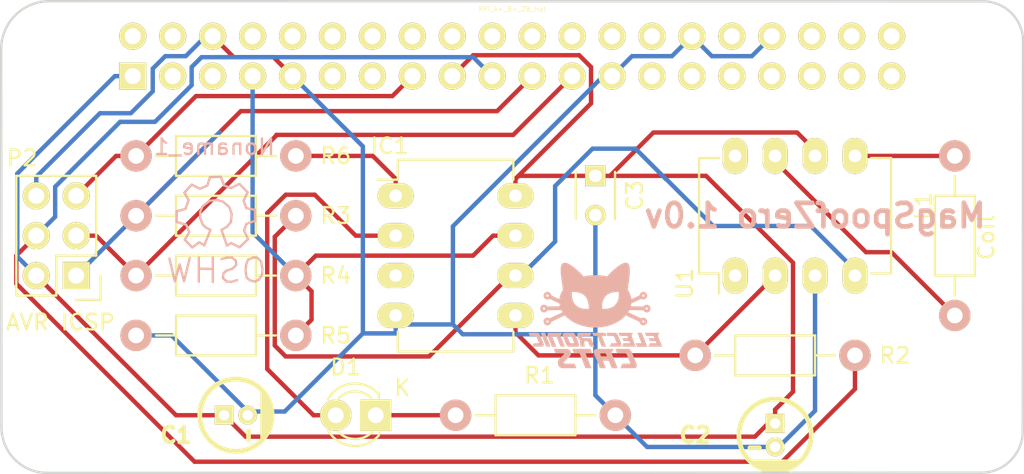
<source format=kicad_pcb>
(kicad_pcb (version 20171130) (host pcbnew "(5.1.12)-1")

  (general
    (thickness 1.6)
    (drawings 9)
    (tracks 158)
    (zones 0)
    (modules 17)
    (nets 46)
  )

  (page A4)
  (title_block
    (title MagSpoof)
    (date 2016-02-19)
    (rev 1.0)
    (company "Electronic Cats")
    (comment 1 "Andres Sabas")
  )

  (layers
    (0 F.Cu signal)
    (31 B.Cu signal)
    (32 B.Adhes user hide)
    (33 F.Adhes user hide)
    (34 B.Paste user hide)
    (35 F.Paste user hide)
    (36 B.SilkS user hide)
    (37 F.SilkS user hide)
    (38 B.Mask user hide)
    (39 F.Mask user hide)
    (40 Dwgs.User user hide)
    (41 Cmts.User user hide)
    (42 Eco1.User user hide)
    (43 Eco2.User user hide)
    (44 Edge.Cuts user)
    (45 Margin user hide)
    (46 B.CrtYd user hide)
    (47 F.CrtYd user hide)
    (48 B.Fab user hide)
    (49 F.Fab user hide)
  )

  (setup
    (last_trace_width 0.28)
    (trace_clearance 0.2)
    (zone_clearance 0.508)
    (zone_45_only no)
    (trace_min 0.25)
    (via_size 0.6)
    (via_drill 0.4)
    (via_min_size 0.4)
    (via_min_drill 0.3)
    (uvia_size 0.3)
    (uvia_drill 0.1)
    (uvias_allowed no)
    (uvia_min_size 0.2)
    (uvia_min_drill 0.1)
    (edge_width 0.15)
    (segment_width 0.2)
    (pcb_text_width 0.3)
    (pcb_text_size 1.5 1.5)
    (mod_edge_width 0.15)
    (mod_text_size 1 1)
    (mod_text_width 0.15)
    (pad_size 1.524 1.524)
    (pad_drill 0.762)
    (pad_to_mask_clearance 0.2)
    (aux_axis_origin 0 0)
    (visible_elements 7FFFFFFF)
    (pcbplotparams
      (layerselection 0x010f0_80000001)
      (usegerberextensions false)
      (usegerberattributes true)
      (usegerberadvancedattributes true)
      (creategerberjobfile true)
      (excludeedgelayer true)
      (linewidth 0.100000)
      (plotframeref false)
      (viasonmask false)
      (mode 1)
      (useauxorigin false)
      (hpglpennumber 1)
      (hpglpenspeed 20)
      (hpglpendiameter 15.000000)
      (psnegative false)
      (psa4output false)
      (plotreference true)
      (plotvalue true)
      (plotinvisibletext false)
      (padsonsilk false)
      (subtractmaskfromsilk false)
      (outputformat 1)
      (mirror false)
      (drillshape 0)
      (scaleselection 1)
      (outputdirectory "Gerbers/"))
  )

  (net 0 "")
  (net 1 VCC)
  (net 2 GND)
  (net 3 "Net-(D1-Pad1)")
  (net 4 "Net-(D1-Pad2)")
  (net 5 /RST)
  (net 6 "Net-(IC1-Pad3)")
  (net 7 /MOSI)
  (net 8 /MISO)
  (net 9 /SCK)
  (net 10 "Net-(L1-Pad1)")
  (net 11 "Net-(L1-Pad2)")
  (net 12 "Net-(U1-Pad1)")
  (net 13 "Net-(U1-Pad8)")
  (net 14 "Net-(IC1-Pad1)")
  (net 15 "Net-(IC1-Pad5)")
  (net 16 "Net-(IC1-Pad6)")
  (net 17 "Net-(U2-Pad2)")
  (net 18 "Net-(U2-Pad3)")
  (net 19 "Net-(U2-Pad4)")
  (net 20 "Net-(U2-Pad5)")
  (net 21 "Net-(U2-Pad11)")
  (net 22 "Net-(U2-Pad13)")
  (net 23 "Net-(U2-Pad14)")
  (net 24 "Net-(U2-Pad20)")
  (net 25 "Net-(U2-Pad22)")
  (net 26 "Net-(U2-Pad24)")
  (net 27 "Net-(U2-Pad27)")
  (net 28 "Net-(U2-Pad28)")
  (net 29 "Net-(U2-Pad29)")
  (net 30 "Net-(U2-Pad31)")
  (net 31 "Net-(U2-Pad32)")
  (net 32 "Net-(U2-Pad33)")
  (net 33 "Net-(U2-Pad36)")
  (net 34 "Net-(U2-Pad37)")
  (net 35 "Net-(U2-Pad38)")
  (net 36 "Net-(U2-Pad39)")
  (net 37 "Net-(U2-Pad12)")
  (net 38 "Net-(U2-Pad8)")
  (net 39 "Net-(U2-Pad10)")
  (net 40 "Net-(U2-Pad18)")
  (net 41 /GPIO4)
  (net 42 "Net-(U2-Pad16)")
  (net 43 "Net-(U2-Pad26)")
  (net 44 "Net-(U2-Pad35)")
  (net 45 "Net-(U2-Pad40)")

  (net_class Default "This is the default net class."
    (clearance 0.2)
    (trace_width 0.28)
    (via_dia 0.6)
    (via_drill 0.4)
    (uvia_dia 0.3)
    (uvia_drill 0.1)
    (add_net /GPIO4)
    (add_net /MISO)
    (add_net /MOSI)
    (add_net /RST)
    (add_net /SCK)
    (add_net GND)
    (add_net "Net-(D1-Pad1)")
    (add_net "Net-(D1-Pad2)")
    (add_net "Net-(IC1-Pad1)")
    (add_net "Net-(IC1-Pad3)")
    (add_net "Net-(IC1-Pad5)")
    (add_net "Net-(IC1-Pad6)")
    (add_net "Net-(L1-Pad1)")
    (add_net "Net-(L1-Pad2)")
    (add_net "Net-(U1-Pad1)")
    (add_net "Net-(U1-Pad8)")
    (add_net "Net-(U2-Pad10)")
    (add_net "Net-(U2-Pad11)")
    (add_net "Net-(U2-Pad12)")
    (add_net "Net-(U2-Pad13)")
    (add_net "Net-(U2-Pad14)")
    (add_net "Net-(U2-Pad16)")
    (add_net "Net-(U2-Pad18)")
    (add_net "Net-(U2-Pad2)")
    (add_net "Net-(U2-Pad20)")
    (add_net "Net-(U2-Pad22)")
    (add_net "Net-(U2-Pad24)")
    (add_net "Net-(U2-Pad26)")
    (add_net "Net-(U2-Pad27)")
    (add_net "Net-(U2-Pad28)")
    (add_net "Net-(U2-Pad29)")
    (add_net "Net-(U2-Pad3)")
    (add_net "Net-(U2-Pad31)")
    (add_net "Net-(U2-Pad32)")
    (add_net "Net-(U2-Pad33)")
    (add_net "Net-(U2-Pad35)")
    (add_net "Net-(U2-Pad36)")
    (add_net "Net-(U2-Pad37)")
    (add_net "Net-(U2-Pad38)")
    (add_net "Net-(U2-Pad39)")
    (add_net "Net-(U2-Pad4)")
    (add_net "Net-(U2-Pad40)")
    (add_net "Net-(U2-Pad5)")
    (add_net "Net-(U2-Pad8)")
    (add_net VCC)
  )

  (module TIH:z_RPiZero_Hat_NPTH (layer F.Cu) (tedit 565BE842) (tstamp 57BFDA0B)
    (at 117.9 137.23)
    (path /57BFB40E)
    (fp_text reference U2 (at 0 -14) (layer Cmts.User)
      (effects (font (size 0.2 0.2) (thickness 0.02)))
    )
    (fp_text value RPi_A+_B+_2B_Hat (at 0 -14.5) (layer F.SilkS)
      (effects (font (size 0.3 0.3) (thickness 0.03)))
    )
    (fp_line (start -29.5 15) (end 29.5 15) (layer Dwgs.User) (width 0.05))
    (fp_line (start 32.5 12) (end 32.5 -12) (layer Dwgs.User) (width 0.05))
    (fp_line (start 29.5 -15) (end -29.5 -15) (layer Dwgs.User) (width 0.05))
    (fp_line (start -32.5 -12) (end -32.5 12) (layer Dwgs.User) (width 0.05))
    (fp_arc (start -29.5 -12) (end -32.5 -12) (angle 90) (layer Dwgs.User) (width 0.05))
    (fp_arc (start -29.5 12) (end -29.5 15) (angle 90) (layer Dwgs.User) (width 0.05))
    (fp_arc (start 29.5 12) (end 32.5 12) (angle 90) (layer Dwgs.User) (width 0.05))
    (fp_arc (start 29.5 -12) (end 29.5 -15) (angle 90) (layer Dwgs.User) (width 0.05))
    (pad "" smd circle (at 29 -11.5) (size 6 6) (layers *.Mask))
    (pad "" smd circle (at 29 11.5) (size 6 6) (layers *.Mask))
    (pad "" smd circle (at -29 -11.5) (size 6 6) (layers *.Mask))
    (pad "" np_thru_hole circle (at -29 11.5) (size 2.75 2.75) (drill 2.75) (layers *.Cu *.Mask)
      (solder_paste_margin 0.001))
    (pad "" np_thru_hole circle (at 29 -11.5) (size 2.75 2.75) (drill 2.75) (layers *.Cu *.Mask)
      (solder_paste_margin 0.001))
    (pad "" np_thru_hole circle (at -29 -11.5) (size 2.75 2.75) (drill 2.75) (layers *.Cu *.Mask)
      (solder_paste_margin 0.001))
    (pad "" np_thru_hole circle (at 29 11.5) (size 2.75 2.75) (drill 2.75) (layers *.Cu *.Mask)
      (solder_paste_margin 0.001))
    (pad 1 thru_hole rect (at -24.13 -10.23 180) (size 1.7272 1.7272) (drill 1.016) (layers *.Cu *.Mask F.SilkS)
      (net 1 VCC))
    (pad 2 thru_hole circle (at -24.13 -12.77 180) (size 1.7272 1.7272) (drill 1.016) (layers *.Cu *.Mask F.SilkS)
      (net 17 "Net-(U2-Pad2)"))
    (pad 3 thru_hole circle (at -21.59 -10.23 180) (size 1.7272 1.7272) (drill 1.016) (layers *.Cu *.Mask F.SilkS)
      (net 18 "Net-(U2-Pad3)"))
    (pad 4 thru_hole circle (at -21.59 -12.77 180) (size 1.7272 1.7272) (drill 1.016) (layers *.Cu *.Mask F.SilkS)
      (net 19 "Net-(U2-Pad4)"))
    (pad 5 thru_hole circle (at -19.05 -10.23 180) (size 1.7272 1.7272) (drill 1.016) (layers *.Cu *.Mask F.SilkS)
      (net 20 "Net-(U2-Pad5)"))
    (pad 6 thru_hole circle (at -19.05 -12.77 180) (size 1.7272 1.7272) (drill 1.016) (layers *.Cu *.Mask F.SilkS)
      (net 2 GND))
    (pad 7 thru_hole circle (at -16.51 -10.23 180) (size 1.7272 1.7272) (drill 1.016) (layers *.Cu *.Mask F.SilkS)
      (net 41 /GPIO4))
    (pad 8 thru_hole circle (at -16.51 -12.77 180) (size 1.7272 1.7272) (drill 1.016) (layers *.Cu *.Mask F.SilkS)
      (net 38 "Net-(U2-Pad8)"))
    (pad 9 thru_hole circle (at -13.97 -10.23 180) (size 1.7272 1.7272) (drill 1.016) (layers *.Cu *.Mask F.SilkS)
      (net 2 GND))
    (pad 10 thru_hole circle (at -13.97 -12.77 180) (size 1.7272 1.7272) (drill 1.016) (layers *.Cu *.Mask F.SilkS)
      (net 39 "Net-(U2-Pad10)"))
    (pad 11 thru_hole circle (at -11.43 -10.23 180) (size 1.7272 1.7272) (drill 1.016) (layers *.Cu *.Mask F.SilkS)
      (net 21 "Net-(U2-Pad11)"))
    (pad 12 thru_hole circle (at -11.43 -12.77 180) (size 1.7272 1.7272) (drill 1.016) (layers *.Cu *.Mask F.SilkS)
      (net 37 "Net-(U2-Pad12)"))
    (pad 13 thru_hole circle (at -8.89 -10.23 180) (size 1.7272 1.7272) (drill 1.016) (layers *.Cu *.Mask F.SilkS)
      (net 22 "Net-(U2-Pad13)"))
    (pad 14 thru_hole circle (at -8.89 -12.77 180) (size 1.7272 1.7272) (drill 1.016) (layers *.Cu *.Mask F.SilkS)
      (net 23 "Net-(U2-Pad14)"))
    (pad 15 thru_hole circle (at -6.35 -10.23 180) (size 1.7272 1.7272) (drill 1.016) (layers *.Cu *.Mask F.SilkS)
      (net 5 /RST))
    (pad 16 thru_hole circle (at -6.35 -12.77 180) (size 1.7272 1.7272) (drill 1.016) (layers *.Cu *.Mask F.SilkS)
      (net 42 "Net-(U2-Pad16)"))
    (pad 17 thru_hole circle (at -3.81 -10.23 180) (size 1.7272 1.7272) (drill 1.016) (layers *.Cu *.Mask F.SilkS)
      (net 1 VCC))
    (pad 18 thru_hole circle (at -3.81 -12.77 180) (size 1.7272 1.7272) (drill 1.016) (layers *.Cu *.Mask F.SilkS)
      (net 40 "Net-(U2-Pad18)"))
    (pad 19 thru_hole circle (at -1.27 -10.23 180) (size 1.7272 1.7272) (drill 1.016) (layers *.Cu *.Mask F.SilkS)
      (net 7 /MOSI))
    (pad 20 thru_hole circle (at -1.27 -12.77 180) (size 1.7272 1.7272) (drill 1.016) (layers *.Cu *.Mask F.SilkS)
      (net 24 "Net-(U2-Pad20)"))
    (pad 21 thru_hole circle (at 1.27 -10.23 180) (size 1.7272 1.7272) (drill 1.016) (layers *.Cu *.Mask F.SilkS)
      (net 8 /MISO))
    (pad 22 thru_hole circle (at 1.27 -12.77 180) (size 1.7272 1.7272) (drill 1.016) (layers *.Cu *.Mask F.SilkS)
      (net 25 "Net-(U2-Pad22)"))
    (pad 23 thru_hole circle (at 3.81 -10.23 180) (size 1.7272 1.7272) (drill 1.016) (layers *.Cu *.Mask F.SilkS)
      (net 9 /SCK))
    (pad 24 thru_hole circle (at 3.81 -12.77 180) (size 1.7272 1.7272) (drill 1.016) (layers *.Cu *.Mask F.SilkS)
      (net 26 "Net-(U2-Pad24)"))
    (pad 25 thru_hole circle (at 6.35 -10.23 180) (size 1.7272 1.7272) (drill 1.016) (layers *.Cu *.Mask F.SilkS)
      (net 2 GND))
    (pad 26 thru_hole circle (at 6.35 -12.77 180) (size 1.7272 1.7272) (drill 1.016) (layers *.Cu *.Mask F.SilkS)
      (net 43 "Net-(U2-Pad26)"))
    (pad 27 thru_hole circle (at 8.89 -10.23 180) (size 1.7272 1.7272) (drill 1.016) (layers *.Cu *.Mask F.SilkS)
      (net 27 "Net-(U2-Pad27)"))
    (pad 28 thru_hole circle (at 8.89 -12.77 180) (size 1.7272 1.7272) (drill 1.016) (layers *.Cu *.Mask F.SilkS)
      (net 28 "Net-(U2-Pad28)"))
    (pad 29 thru_hole circle (at 11.43 -10.23 180) (size 1.7272 1.7272) (drill 1.016) (layers *.Cu *.Mask F.SilkS)
      (net 29 "Net-(U2-Pad29)"))
    (pad 30 thru_hole circle (at 11.43 -12.77 180) (size 1.7272 1.7272) (drill 1.016) (layers *.Cu *.Mask F.SilkS)
      (net 2 GND))
    (pad 31 thru_hole circle (at 13.97 -10.23 180) (size 1.7272 1.7272) (drill 1.016) (layers *.Cu *.Mask F.SilkS)
      (net 30 "Net-(U2-Pad31)"))
    (pad 32 thru_hole circle (at 13.97 -12.77 180) (size 1.7272 1.7272) (drill 1.016) (layers *.Cu *.Mask F.SilkS)
      (net 31 "Net-(U2-Pad32)"))
    (pad 33 thru_hole circle (at 16.51 -10.23 180) (size 1.7272 1.7272) (drill 1.016) (layers *.Cu *.Mask F.SilkS)
      (net 32 "Net-(U2-Pad33)"))
    (pad 34 thru_hole circle (at 16.51 -12.77 180) (size 1.7272 1.7272) (drill 1.016) (layers *.Cu *.Mask F.SilkS)
      (net 2 GND))
    (pad 35 thru_hole circle (at 19.05 -10.23 180) (size 1.7272 1.7272) (drill 1.016) (layers *.Cu *.Mask F.SilkS)
      (net 44 "Net-(U2-Pad35)"))
    (pad 36 thru_hole circle (at 19.05 -12.77 180) (size 1.7272 1.7272) (drill 1.016) (layers *.Cu *.Mask F.SilkS)
      (net 33 "Net-(U2-Pad36)"))
    (pad 37 thru_hole circle (at 21.59 -10.23 180) (size 1.7272 1.7272) (drill 1.016) (layers *.Cu *.Mask F.SilkS)
      (net 34 "Net-(U2-Pad37)"))
    (pad 38 thru_hole circle (at 21.59 -12.77 180) (size 1.7272 1.7272) (drill 1.016) (layers *.Cu *.Mask F.SilkS)
      (net 35 "Net-(U2-Pad38)"))
    (pad 39 thru_hole circle (at 24.13 -10.23 180) (size 1.7272 1.7272) (drill 1.016) (layers *.Cu *.Mask F.SilkS)
      (net 36 "Net-(U2-Pad39)"))
    (pad 40 thru_hole circle (at 24.13 -12.77 180) (size 1.7272 1.7272) (drill 1.016) (layers *.Cu *.Mask F.SilkS)
      (net 45 "Net-(U2-Pad40)"))
    (pad "" smd circle (at -29 11.5) (size 6 6) (layers *.Mask))
  )

  (module Housings_DIP:DIP-8_W7.62mm_LongPads (layer F.Cu) (tedit 54130A77) (tstamp 56CBAB64)
    (at 132.08 139.7 90)
    (descr "8-lead dip package, row spacing 7.62 mm (300 mils), longer pads")
    (tags "dil dip 2.54 300")
    (path /56CBAFDF)
    (fp_text reference U1 (at -0.5 -3.2 90) (layer F.SilkS)
      (effects (font (size 1 1) (thickness 0.15)))
    )
    (fp_text value TC4424 (at 2.2 3.3 180) (layer F.Fab)
      (effects (font (size 1 1) (thickness 0.15)))
    )
    (fp_line (start 0.135 -1.025) (end -1.15 -1.025) (layer F.SilkS) (width 0.15))
    (fp_line (start 0.135 9.915) (end 7.485 9.915) (layer F.SilkS) (width 0.15))
    (fp_line (start 0.135 -2.295) (end 7.485 -2.295) (layer F.SilkS) (width 0.15))
    (fp_line (start 0.135 9.915) (end 0.135 8.645) (layer F.SilkS) (width 0.15))
    (fp_line (start 7.485 9.915) (end 7.485 8.645) (layer F.SilkS) (width 0.15))
    (fp_line (start 7.485 -2.295) (end 7.485 -1.025) (layer F.SilkS) (width 0.15))
    (fp_line (start 0.135 -2.295) (end 0.135 -1.025) (layer F.SilkS) (width 0.15))
    (fp_line (start -1.4 10.1) (end 9 10.1) (layer F.CrtYd) (width 0.05))
    (fp_line (start -1.4 -2.45) (end 9 -2.45) (layer F.CrtYd) (width 0.05))
    (fp_line (start 9 -2.45) (end 9 10.1) (layer F.CrtYd) (width 0.05))
    (fp_line (start -1.4 -2.45) (end -1.4 10.1) (layer F.CrtYd) (width 0.05))
    (pad 1 thru_hole oval (at 0 0 90) (size 2.3 1.6) (drill 0.8) (layers *.Cu *.Mask F.SilkS)
      (net 12 "Net-(U1-Pad1)"))
    (pad 2 thru_hole oval (at 0 2.54 90) (size 2.3 1.6) (drill 0.8) (layers *.Cu *.Mask F.SilkS)
      (net 15 "Net-(IC1-Pad5)"))
    (pad 3 thru_hole oval (at 0 5.08 90) (size 2.3 1.6) (drill 0.8) (layers *.Cu *.Mask F.SilkS)
      (net 2 GND))
    (pad 4 thru_hole oval (at 0 7.62 90) (size 2.3 1.6) (drill 0.8) (layers *.Cu *.Mask F.SilkS)
      (net 16 "Net-(IC1-Pad6)"))
    (pad 5 thru_hole oval (at 7.62 7.62 90) (size 2.3 1.6) (drill 0.8) (layers *.Cu *.Mask F.SilkS)
      (net 11 "Net-(L1-Pad2)"))
    (pad 6 thru_hole oval (at 7.62 5.08 90) (size 2.3 1.6) (drill 0.8) (layers *.Cu *.Mask F.SilkS)
      (net 1 VCC))
    (pad 7 thru_hole oval (at 7.62 2.54 90) (size 2.3 1.6) (drill 0.8) (layers *.Cu *.Mask F.SilkS)
      (net 10 "Net-(L1-Pad1)"))
    (pad 8 thru_hole oval (at 7.62 0 90) (size 2.3 1.6) (drill 0.8) (layers *.Cu *.Mask F.SilkS)
      (net 13 "Net-(U1-Pad8)"))
    (model Housings_DIP.3dshapes/DIP-8_W7.62mm_LongPads.wrl
      (at (xyz 0 0 0))
      (scale (xyz 1 1 1))
      (rotate (xyz 0 0 0))
    )
  )

  (module Housings_DIP:DIP-8_W7.62mm_LongPads (layer F.Cu) (tedit 54130A77) (tstamp 569FCE41)
    (at 110.49 134.62)
    (descr "8-lead dip package, row spacing 7.62 mm (300 mils), longer pads")
    (tags "dil dip 2.54 300")
    (path /569ED1F1)
    (fp_text reference IC1 (at -0.38 -3.17) (layer F.SilkS)
      (effects (font (size 1 1) (thickness 0.15)))
    )
    (fp_text value ATTINY85-P (at -2.48 3.53 90) (layer F.Fab)
      (effects (font (size 1 1) (thickness 0.15)))
    )
    (fp_line (start 0.135 -1.025) (end -1.15 -1.025) (layer F.SilkS) (width 0.15))
    (fp_line (start 0.135 9.915) (end 7.485 9.915) (layer F.SilkS) (width 0.15))
    (fp_line (start 0.135 -2.295) (end 7.485 -2.295) (layer F.SilkS) (width 0.15))
    (fp_line (start 0.135 9.915) (end 0.135 8.645) (layer F.SilkS) (width 0.15))
    (fp_line (start 7.485 9.915) (end 7.485 8.645) (layer F.SilkS) (width 0.15))
    (fp_line (start 7.485 -2.295) (end 7.485 -1.025) (layer F.SilkS) (width 0.15))
    (fp_line (start 0.135 -2.295) (end 0.135 -1.025) (layer F.SilkS) (width 0.15))
    (fp_line (start -1.4 10.1) (end 9 10.1) (layer F.CrtYd) (width 0.05))
    (fp_line (start -1.4 -2.45) (end 9 -2.45) (layer F.CrtYd) (width 0.05))
    (fp_line (start 9 -2.45) (end 9 10.1) (layer F.CrtYd) (width 0.05))
    (fp_line (start -1.4 -2.45) (end -1.4 10.1) (layer F.CrtYd) (width 0.05))
    (pad 1 thru_hole oval (at 0 0) (size 2.3 1.6) (drill 0.8) (layers *.Cu *.Mask F.SilkS)
      (net 14 "Net-(IC1-Pad1)"))
    (pad 2 thru_hole oval (at 0 2.54) (size 2.3 1.6) (drill 0.8) (layers *.Cu *.Mask F.SilkS)
      (net 4 "Net-(D1-Pad2)"))
    (pad 3 thru_hole oval (at 0 5.08) (size 2.3 1.6) (drill 0.8) (layers *.Cu *.Mask F.SilkS)
      (net 6 "Net-(IC1-Pad3)"))
    (pad 4 thru_hole oval (at 0 7.62) (size 2.3 1.6) (drill 0.8) (layers *.Cu *.Mask F.SilkS)
      (net 2 GND))
    (pad 5 thru_hole oval (at 7.62 7.62) (size 2.3 1.6) (drill 0.8) (layers *.Cu *.Mask F.SilkS)
      (net 15 "Net-(IC1-Pad5)"))
    (pad 6 thru_hole oval (at 7.62 5.08) (size 2.3 1.6) (drill 0.8) (layers *.Cu *.Mask F.SilkS)
      (net 16 "Net-(IC1-Pad6)"))
    (pad 7 thru_hole oval (at 7.62 2.54) (size 2.3 1.6) (drill 0.8) (layers *.Cu *.Mask F.SilkS)
      (net 41 /GPIO4))
    (pad 8 thru_hole oval (at 7.62 0) (size 2.3 1.6) (drill 0.8) (layers *.Cu *.Mask F.SilkS)
      (net 1 VCC))
    (model Housings_DIP.3dshapes/DIP-8_W7.62mm_LongPads.wrl
      (at (xyz 0 0 0))
      (scale (xyz 1 1 1))
      (rotate (xyz 0 0 0))
    )
  )

  (module Resistors_ThroughHole:Resistor_Horizontal_RM10mm (layer F.Cu) (tedit 569FD137) (tstamp 569FCE47)
    (at 146.05 137.16 90)
    (descr "Resistor, Axial,  RM 10mm, 1/3W,")
    (tags "Resistor, Axial, RM 10mm, 1/3W,")
    (path /569ED295)
    (fp_text reference L1 (at 1.9 -2 90) (layer F.SilkS)
      (effects (font (size 1 1) (thickness 0.15)))
    )
    (fp_text value Coil (at -0.1 2 90) (layer F.SilkS)
      (effects (font (size 1 1) (thickness 0.15)))
    )
    (fp_line (start 2.54 0) (end 3.81 0) (layer F.SilkS) (width 0.15))
    (fp_line (start -2.54 0) (end -3.81 0) (layer F.SilkS) (width 0.15))
    (fp_line (start -2.54 1.27) (end -2.54 -1.27) (layer F.SilkS) (width 0.15))
    (fp_line (start 2.54 1.27) (end -2.54 1.27) (layer F.SilkS) (width 0.15))
    (fp_line (start 2.54 -1.27) (end 2.54 1.27) (layer F.SilkS) (width 0.15))
    (fp_line (start -2.54 -1.27) (end 2.54 -1.27) (layer F.SilkS) (width 0.15))
    (pad 1 thru_hole circle (at -5.08 0 90) (size 1.99898 1.99898) (drill 1.00076) (layers *.Cu *.SilkS *.Mask)
      (net 10 "Net-(L1-Pad1)"))
    (pad 2 thru_hole circle (at 5.08 0 90) (size 1.99898 1.99898) (drill 1.00076) (layers *.Cu *.SilkS *.Mask)
      (net 11 "Net-(L1-Pad2)"))
    (model Resistors_ThroughHole.3dshapes/Resistor_Horizontal_RM10mm.wrl
      (at (xyz 0 0 0))
      (scale (xyz 0.4 0.4 0.4))
      (rotate (xyz 0 0 0))
    )
  )

  (module Pin_Headers:Pin_Header_Straight_2x03 (layer F.Cu) (tedit 569FD1D0) (tstamp 569FCE57)
    (at 90.17 139.7 180)
    (descr "Through hole pin header")
    (tags "pin header")
    (path /569FC617)
    (fp_text reference P2 (at 3.44 7.48 180) (layer F.SilkS)
      (effects (font (size 1 1) (thickness 0.15)))
    )
    (fp_text value "AVR ICSP" (at 1 -2.97 180) (layer F.SilkS)
      (effects (font (size 1 1) (thickness 0.15)))
    )
    (fp_line (start 3.81 1.27) (end 3.81 -1.27) (layer F.SilkS) (width 0.15))
    (fp_line (start 3.81 -1.27) (end 1.27 -1.27) (layer F.SilkS) (width 0.15))
    (fp_line (start -1.55 -1.55) (end -1.55 0) (layer F.SilkS) (width 0.15))
    (fp_line (start 3.81 6.35) (end 3.81 1.27) (layer F.SilkS) (width 0.15))
    (fp_line (start -1.27 6.35) (end 3.81 6.35) (layer F.SilkS) (width 0.15))
    (fp_line (start 1.27 1.27) (end -1.27 1.27) (layer F.SilkS) (width 0.15))
    (fp_line (start 1.27 -1.27) (end 1.27 1.27) (layer F.SilkS) (width 0.15))
    (fp_line (start -1.75 6.85) (end 4.3 6.85) (layer F.CrtYd) (width 0.05))
    (fp_line (start -1.75 -1.75) (end 4.3 -1.75) (layer F.CrtYd) (width 0.05))
    (fp_line (start 4.3 -1.75) (end 4.3 6.85) (layer F.CrtYd) (width 0.05))
    (fp_line (start -1.75 -1.75) (end -1.75 6.85) (layer F.CrtYd) (width 0.05))
    (fp_line (start -1.55 -1.55) (end 0 -1.55) (layer F.SilkS) (width 0.15))
    (fp_line (start -1.27 1.27) (end -1.27 6.35) (layer F.SilkS) (width 0.15))
    (pad 1 thru_hole rect (at 0 0 180) (size 1.7272 1.7272) (drill 1.016) (layers *.Cu *.Mask F.SilkS)
      (net 8 /MISO))
    (pad 2 thru_hole oval (at 2.54 0 180) (size 1.7272 1.7272) (drill 1.016) (layers *.Cu *.Mask F.SilkS)
      (net 1 VCC))
    (pad 3 thru_hole oval (at 0 2.54 180) (size 1.7272 1.7272) (drill 1.016) (layers *.Cu *.Mask F.SilkS)
      (net 9 /SCK))
    (pad 4 thru_hole oval (at 2.54 2.54 180) (size 1.7272 1.7272) (drill 1.016) (layers *.Cu *.Mask F.SilkS)
      (net 7 /MOSI))
    (pad 5 thru_hole oval (at 0 5.08 180) (size 1.7272 1.7272) (drill 1.016) (layers *.Cu *.Mask F.SilkS)
      (net 5 /RST))
    (pad 6 thru_hole oval (at 2.54 5.08 180) (size 1.7272 1.7272) (drill 1.016) (layers *.Cu *.Mask F.SilkS)
      (net 2 GND))
    (model Pin_Headers.3dshapes/Pin_Header_Straight_2x03.wrl
      (offset (xyz 1.269999980926514 -2.539999961853027 0))
      (scale (xyz 1 1 1))
      (rotate (xyz 0 0 90))
    )
  )

  (module Symbols:Symbol_OSHW-Logo_SilkScreen (layer B.Cu) (tedit 56B39903) (tstamp 569FD9C0)
    (at 99.06 135.89 180)
    (descr "Symbol, OSHW-Logo, Silk Screen,")
    (tags "Symbol, OSHW-Logo, Silk Screen,")
    (fp_text reference Noname_1 (at 0.09906 4.38912 180) (layer B.SilkS)
      (effects (font (size 1 1) (thickness 0.15)) (justify mirror))
    )
    (fp_text value OSHW-Logo (at 1.6 -7.2 180) (layer B.Fab)
      (effects (font (size 1 1) (thickness 0.15)) (justify mirror))
    )
    (fp_line (start 0.35052 -0.89916) (end 0.7493 -1.89992) (layer B.SilkS) (width 0.15))
    (fp_line (start -0.35052 -0.89916) (end -0.70104 -1.89992) (layer B.SilkS) (width 0.15))
    (fp_line (start -0.70104 -0.70104) (end -0.35052 -0.89916) (layer B.SilkS) (width 0.15))
    (fp_line (start -0.94996 -0.39878) (end -0.70104 -0.70104) (layer B.SilkS) (width 0.15))
    (fp_line (start -1.00076 0.09906) (end -0.94996 -0.39878) (layer B.SilkS) (width 0.15))
    (fp_line (start -0.8509 0.55118) (end -1.00076 0.09906) (layer B.SilkS) (width 0.15))
    (fp_line (start -0.44958 0.89916) (end -0.8509 0.55118) (layer B.SilkS) (width 0.15))
    (fp_line (start -0.0508 1.00076) (end -0.44958 0.89916) (layer B.SilkS) (width 0.15))
    (fp_line (start 0.39878 0.94996) (end -0.0508 1.00076) (layer B.SilkS) (width 0.15))
    (fp_line (start 0.8509 0.59944) (end 0.39878 0.94996) (layer B.SilkS) (width 0.15))
    (fp_line (start 1.00076 0.24892) (end 0.8509 0.59944) (layer B.SilkS) (width 0.15))
    (fp_line (start 1.00076 -0.14986) (end 1.00076 0.24892) (layer B.SilkS) (width 0.15))
    (fp_line (start 0.8509 -0.55118) (end 1.00076 -0.14986) (layer B.SilkS) (width 0.15))
    (fp_line (start 0.65024 -0.7493) (end 0.8509 -0.55118) (layer B.SilkS) (width 0.15))
    (fp_line (start 0.35052 -0.89916) (end 0.65024 -0.7493) (layer B.SilkS) (width 0.15))
    (fp_line (start -1.9304 -0.5207) (end -1.7907 -0.91948) (layer B.SilkS) (width 0.15))
    (fp_line (start -2.4892 -0.32004) (end -1.9304 -0.5207) (layer B.SilkS) (width 0.15))
    (fp_line (start -2.47904 0.381) (end -2.4892 -0.32004) (layer B.SilkS) (width 0.15))
    (fp_line (start -1.9304 0.48006) (end -2.47904 0.381) (layer B.SilkS) (width 0.15))
    (fp_line (start -1.76022 0.96012) (end -1.9304 0.48006) (layer B.SilkS) (width 0.15))
    (fp_line (start -2.00914 1.50114) (end -1.76022 0.96012) (layer B.SilkS) (width 0.15))
    (fp_line (start -1.49098 2.02946) (end -2.00914 1.50114) (layer B.SilkS) (width 0.15))
    (fp_line (start -0.9398 1.76022) (end -1.49098 2.02946) (layer B.SilkS) (width 0.15))
    (fp_line (start -0.5207 1.9304) (end -0.9398 1.76022) (layer B.SilkS) (width 0.15))
    (fp_line (start -0.30988 2.47904) (end -0.5207 1.9304) (layer B.SilkS) (width 0.15))
    (fp_line (start 0.381 2.46126) (end -0.30988 2.47904) (layer B.SilkS) (width 0.15))
    (fp_line (start 0.55118 1.92024) (end 0.381 2.46126) (layer B.SilkS) (width 0.15))
    (fp_line (start 1.02108 1.71958) (end 0.55118 1.92024) (layer B.SilkS) (width 0.15))
    (fp_line (start 1.53924 1.9812) (end 1.02108 1.71958) (layer B.SilkS) (width 0.15))
    (fp_line (start 2.00914 1.47066) (end 1.53924 1.9812) (layer B.SilkS) (width 0.15))
    (fp_line (start 1.7399 1.00076) (end 2.00914 1.47066) (layer B.SilkS) (width 0.15))
    (fp_line (start 1.94056 0.42926) (end 1.7399 1.00076) (layer B.SilkS) (width 0.15))
    (fp_line (start 2.49936 0.28956) (end 1.94056 0.42926) (layer B.SilkS) (width 0.15))
    (fp_line (start 2.49936 -0.39116) (end 2.49936 0.28956) (layer B.SilkS) (width 0.15))
    (fp_line (start 1.88976 -0.57912) (end 2.49936 -0.39116) (layer B.SilkS) (width 0.15))
    (fp_line (start 1.69926 -1.04902) (end 1.88976 -0.57912) (layer B.SilkS) (width 0.15))
    (fp_line (start 1.9812 -1.52908) (end 1.69926 -1.04902) (layer B.SilkS) (width 0.15))
    (fp_line (start 1.50876 -2.0193) (end 1.9812 -1.52908) (layer B.SilkS) (width 0.15))
    (fp_line (start 1.06934 -1.6891) (end 1.50876 -2.0193) (layer B.SilkS) (width 0.15))
    (fp_line (start 0.73914 -1.8796) (end 1.06934 -1.6891) (layer B.SilkS) (width 0.15))
    (fp_line (start -0.98044 -1.7399) (end -0.70104 -1.89992) (layer B.SilkS) (width 0.15))
    (fp_line (start -1.50114 -2.00914) (end -0.98044 -1.7399) (layer B.SilkS) (width 0.15))
    (fp_line (start -2.03962 -1.49098) (end -1.50114 -2.00914) (layer B.SilkS) (width 0.15))
    (fp_line (start -1.78054 -0.92964) (end -2.03962 -1.49098) (layer B.SilkS) (width 0.15))
    (fp_line (start -2.03962 -2.78892) (end -2.4003 -2.65938) (layer B.SilkS) (width 0.15))
    (fp_line (start -1.9304 -3.07086) (end -2.03962 -2.78892) (layer B.SilkS) (width 0.15))
    (fp_line (start -1.8796 -3.4798) (end -1.9304 -3.07086) (layer B.SilkS) (width 0.15))
    (fp_line (start -1.95072 -3.93954) (end -1.8796 -3.4798) (layer B.SilkS) (width 0.15))
    (fp_line (start -2.16916 -4.11988) (end -1.95072 -3.93954) (layer B.SilkS) (width 0.15))
    (fp_line (start -2.47904 -4.191) (end -2.16916 -4.11988) (layer B.SilkS) (width 0.15))
    (fp_line (start -2.7305 -4.06908) (end -2.47904 -4.191) (layer B.SilkS) (width 0.15))
    (fp_line (start -2.93116 -3.74904) (end -2.7305 -4.06908) (layer B.SilkS) (width 0.15))
    (fp_line (start -2.9591 -3.40106) (end -2.93116 -3.74904) (layer B.SilkS) (width 0.15))
    (fp_line (start -2.8702 -2.91084) (end -2.9591 -3.40106) (layer B.SilkS) (width 0.15))
    (fp_line (start -2.6289 -2.66954) (end -2.8702 -2.91084) (layer B.SilkS) (width 0.15))
    (fp_line (start -2.37998 -2.64922) (end -2.6289 -2.66954) (layer B.SilkS) (width 0.15))
    (fp_line (start -0.9906 -4.20878) (end -1.34112 -4.09956) (layer B.SilkS) (width 0.15))
    (fp_line (start -0.67056 -4.18084) (end -0.9906 -4.20878) (layer B.SilkS) (width 0.15))
    (fp_line (start -0.43942 -3.95986) (end -0.67056 -4.18084) (layer B.SilkS) (width 0.15))
    (fp_line (start -0.48006 -3.66014) (end -0.43942 -3.95986) (layer B.SilkS) (width 0.15))
    (fp_line (start -0.6604 -3.50012) (end -0.48006 -3.66014) (layer B.SilkS) (width 0.15))
    (fp_line (start -1.04902 -3.37058) (end -0.6604 -3.50012) (layer B.SilkS) (width 0.15))
    (fp_line (start -1.29032 -3.12928) (end -1.04902 -3.37058) (layer B.SilkS) (width 0.15))
    (fp_line (start -1.25984 -2.86004) (end -1.29032 -3.12928) (layer B.SilkS) (width 0.15))
    (fp_line (start -1.02108 -2.65938) (end -1.25984 -2.86004) (layer B.SilkS) (width 0.15))
    (fp_line (start -0.70104 -2.66954) (end -1.02108 -2.65938) (layer B.SilkS) (width 0.15))
    (fp_line (start -0.35052 -2.75082) (end -0.70104 -2.66954) (layer B.SilkS) (width 0.15))
    (fp_line (start 0.20066 -4.21894) (end 0.21082 -4.20878) (layer B.SilkS) (width 0.15))
    (fp_line (start 0.20066 -2.64922) (end 0.20066 -4.21894) (layer B.SilkS) (width 0.15))
    (fp_line (start 1.08966 -2.65938) (end 1.08966 -4.20116) (layer B.SilkS) (width 0.15))
    (fp_line (start 1.04902 -3.38074) (end 1.04902 -3.37058) (layer B.SilkS) (width 0.15))
    (fp_line (start 1.03886 -3.37058) (end 1.04902 -3.38074) (layer B.SilkS) (width 0.15))
    (fp_line (start 0.24892 -3.38074) (end 1.03886 -3.37058) (layer B.SilkS) (width 0.15))
    (fp_line (start 2.61874 -4.17068) (end 2.9591 -2.72034) (layer B.SilkS) (width 0.15))
    (fp_line (start 2.30886 -3.0988) (end 2.61874 -4.17068) (layer B.SilkS) (width 0.15))
    (fp_line (start 2.02946 -4.16052) (end 2.30886 -3.0988) (layer B.SilkS) (width 0.15))
    (fp_line (start 1.66878 -2.68986) (end 2.02946 -4.16052) (layer B.SilkS) (width 0.15))
  )

  (module theinventorhouse:electronic_cats_logo_8x6 (layer B.Cu) (tedit 0) (tstamp 56B453ED)
    (at 123.19 142.24 180)
    (fp_text reference G*** (at 0 0 180) (layer B.SilkS) hide
      (effects (font (size 1.524 1.524) (thickness 0.3)) (justify mirror))
    )
    (fp_text value LOGO (at 0.75 0 180) (layer B.SilkS) hide
      (effects (font (size 1.524 1.524) (thickness 0.3)) (justify mirror))
    )
    (fp_poly (pts (xy 1.989366 3.352204) (xy 2.019084 3.349875) (xy 2.042335 3.345004) (xy 2.061513 3.336782)
      (xy 2.079009 3.3244) (xy 2.097216 3.307049) (xy 2.102479 3.301498) (xy 2.125948 3.271657)
      (xy 2.145863 3.23562) (xy 2.16273 3.192108) (xy 2.177053 3.139842) (xy 2.188133 3.084568)
      (xy 2.191237 3.064337) (xy 2.193646 3.042434) (xy 2.195434 3.017185) (xy 2.196676 2.986917)
      (xy 2.197446 2.949955) (xy 2.197817 2.904625) (xy 2.19788 2.864556) (xy 2.197566 2.805925)
      (xy 2.196572 2.752405) (xy 2.194741 2.701788) (xy 2.191915 2.651866) (xy 2.18794 2.600431)
      (xy 2.182659 2.545276) (xy 2.175914 2.484193) (xy 2.167551 2.414974) (xy 2.164109 2.3876)
      (xy 2.160689 2.360867) (xy 2.15728 2.334824) (xy 2.153731 2.30845) (xy 2.149893 2.280726)
      (xy 2.145613 2.25063) (xy 2.140742 2.217141) (xy 2.135129 2.179239) (xy 2.128623 2.135903)
      (xy 2.121073 2.086113) (xy 2.11233 2.028847) (xy 2.102241 1.963085) (xy 2.090656 1.887807)
      (xy 2.082867 1.837267) (xy 2.053274 1.645356) (xy 2.088713 1.589184) (xy 2.120103 1.535688)
      (xy 2.151663 1.475113) (xy 2.1815 1.411482) (xy 2.207718 1.348813) (xy 2.226818 1.296066)
      (xy 2.237211 1.262413) (xy 2.247582 1.225151) (xy 2.257396 1.186605) (xy 2.266117 1.149099)
      (xy 2.273209 1.114958) (xy 2.278138 1.086508) (xy 2.280367 1.066072) (xy 2.280442 1.063269)
      (xy 2.282074 1.048737) (xy 2.285238 1.039618) (xy 2.288749 1.038992) (xy 2.297303 1.041096)
      (xy 2.311542 1.046206) (xy 2.332105 1.0546) (xy 2.359633 1.066558) (xy 2.394766 1.082356)
      (xy 2.438146 1.102273) (xy 2.490412 1.126587) (xy 2.550187 1.154626) (xy 2.764747 1.25557)
      (xy 2.970375 1.25557) (xy 2.976069 1.230382) (xy 2.989483 1.2087) (xy 3.008841 1.192012)
      (xy 3.032365 1.181809) (xy 3.058278 1.179578) (xy 3.084802 1.186808) (xy 3.087293 1.188043)
      (xy 3.110127 1.205274) (xy 3.124412 1.227384) (xy 3.130402 1.252184) (xy 3.128351 1.277485)
      (xy 3.118514 1.3011) (xy 3.101144 1.320838) (xy 3.076495 1.334513) (xy 3.070062 1.336506)
      (xy 3.043413 1.338248) (xy 3.017371 1.33048) (xy 2.994729 1.314768) (xy 2.978279 1.292675)
      (xy 2.974181 1.282776) (xy 2.970375 1.25557) (xy 2.764747 1.25557) (xy 2.810427 1.277061)
      (xy 2.816989 1.308808) (xy 2.832186 1.356359) (xy 2.856271 1.398705) (xy 2.887892 1.434918)
      (xy 2.925702 1.464072) (xy 2.96835 1.485242) (xy 3.014486 1.4975) (xy 3.062762 1.49992)
      (xy 3.090537 1.496576) (xy 3.14098 1.481955) (xy 3.18558 1.458351) (xy 3.22345 1.426817)
      (xy 3.253706 1.388407) (xy 3.275463 1.344175) (xy 3.287834 1.295174) (xy 3.290435 1.258712)
      (xy 3.285118 1.207336) (xy 3.269791 1.159823) (xy 3.24539 1.117275) (xy 3.21285 1.080794)
      (xy 3.173107 1.05148) (xy 3.127098 1.030436) (xy 3.088128 1.020584) (xy 3.039364 1.017539)
      (xy 2.991136 1.025424) (xy 2.943652 1.043827) (xy 2.90986 1.060556) (xy 2.602163 0.91613)
      (xy 2.546845 0.890077) (xy 2.494488 0.865247) (xy 2.446003 0.842084) (xy 2.402299 0.821032)
      (xy 2.364289 0.802532) (xy 2.332883 0.787029) (xy 2.308991 0.774965) (xy 2.293525 0.766785)
      (xy 2.287411 0.762952) (xy 2.282251 0.751097) (xy 2.280301 0.736933) (xy 2.279142 0.724553)
      (xy 2.276041 0.704132) (xy 2.271488 0.678653) (xy 2.266744 0.654756) (xy 2.261556 0.629323)
      (xy 2.257475 0.608366) (xy 2.254917 0.594092) (xy 2.254288 0.588715) (xy 2.259957 0.588372)
      (xy 2.276013 0.58774) (xy 2.30156 0.586849) (xy 2.335702 0.585727) (xy 2.377542 0.584401)
      (xy 2.426182 0.582899) (xy 2.480727 0.58125) (xy 2.54028 0.579481) (xy 2.603943 0.577622)
      (xy 2.658518 0.57605) (xy 2.735773 0.573851) (xy 2.802521 0.571988) (xy 2.859543 0.570457)
      (xy 2.907615 0.569256) (xy 2.947516 0.568379) (xy 2.980025 0.567826) (xy 3.005919 0.567591)
      (xy 3.025976 0.567671) (xy 3.040976 0.568064) (xy 3.051695 0.568766) (xy 3.058913 0.569774)
      (xy 3.063407 0.571084) (xy 3.065955 0.572692) (xy 3.067175 0.574295) (xy 3.08166 0.594021)
      (xy 3.102925 0.615582) (xy 3.127565 0.635947) (xy 3.152172 0.652086) (xy 3.158049 0.655168)
      (xy 3.206984 0.673509) (xy 3.256405 0.681316) (xy 3.304988 0.679023) (xy 3.351406 0.667068)
      (xy 3.394337 0.645888) (xy 3.432454 0.615917) (xy 3.464433 0.577593) (xy 3.481121 0.548773)
      (xy 3.490266 0.529836) (xy 3.496322 0.514982) (xy 3.499924 0.500971) (xy 3.501709 0.484561)
      (xy 3.502315 0.462511) (xy 3.502378 0.44056) (xy 3.502186 0.411784) (xy 3.501239 0.391102)
      (xy 3.498976 0.37532) (xy 3.494839 0.361243) (xy 3.488269 0.345678) (xy 3.484267 0.337122)
      (xy 3.457676 0.293342) (xy 3.42381 0.2573) (xy 3.384056 0.229493) (xy 3.339803 0.21042)
      (xy 3.292439 0.20058) (xy 3.243352 0.200471) (xy 3.193928 0.210592) (xy 3.164045 0.222077)
      (xy 3.141265 0.235574) (xy 3.115538 0.255633) (xy 3.090118 0.279379) (xy 3.068257 0.30394)
      (xy 3.062071 0.312167) (xy 3.050822 0.328) (xy 2.672644 0.338895) (xy 2.585267 0.341402)
      (xy 2.508482 0.343572) (xy 2.441601 0.345406) (xy 2.383932 0.346905) (xy 2.334785 0.34807)
      (xy 2.29347 0.348902) (xy 2.259295 0.349401) (xy 2.231572 0.349569) (xy 2.209608 0.349408)
      (xy 2.192715 0.348917) (xy 2.1802 0.348098) (xy 2.171375 0.346952) (xy 2.165548 0.34548)
      (xy 2.162029 0.343683) (xy 2.160127 0.341562) (xy 2.159313 0.339654) (xy 2.155361 0.330988)
      (xy 2.146944 0.314803) (xy 2.135263 0.293342) (xy 2.121519 0.26885) (xy 2.120247 0.266618)
      (xy 2.084451 0.203884) (xy 2.497034 0.009588) (xy 2.909618 -0.184708) (xy 2.94109 -0.168715)
      (xy 2.988923 -0.150321) (xy 3.038006 -0.142366) (xy 3.086828 -0.144492) (xy 3.133879 -0.156339)
      (xy 3.177646 -0.17755) (xy 3.216621 -0.207765) (xy 3.245349 -0.240953) (xy 3.264636 -0.271377)
      (xy 3.277451 -0.301116) (xy 3.284809 -0.333648) (xy 3.287727 -0.372453) (xy 3.287889 -0.386644)
      (xy 3.287622 -0.41336) (xy 3.28629 -0.432644) (xy 3.283096 -0.448347) (xy 3.277243 -0.464322)
      (xy 3.267933 -0.484423) (xy 3.267451 -0.485422) (xy 3.240554 -0.529417) (xy 3.207027 -0.565416)
      (xy 3.168241 -0.593153) (xy 3.125563 -0.612362) (xy 3.080362 -0.622778) (xy 3.034007 -0.624133)
      (xy 2.987866 -0.616163) (xy 2.943308 -0.5986) (xy 2.901701 -0.57118) (xy 2.888049 -0.559166)
      (xy 2.857914 -0.525398) (xy 2.835629 -0.487581) (xy 2.819404 -0.442618) (xy 2.818224 -0.43828)
      (xy 2.808111 -0.400269) (xy 2.780388 -0.387206) (xy 2.972097 -0.387206) (xy 2.977097 -0.411977)
      (xy 2.990285 -0.434597) (xy 3.011069 -0.452328) (xy 3.036037 -0.461415) (xy 3.063493 -0.461528)
      (xy 3.089231 -0.452785) (xy 3.093732 -0.450031) (xy 3.114629 -0.430398) (xy 3.126587 -0.407025)
      (xy 3.130203 -0.381965) (xy 3.126076 -0.357268) (xy 3.114805 -0.334988) (xy 3.096988 -0.317175)
      (xy 3.073223 -0.305881) (xy 3.050822 -0.302918) (xy 3.023068 -0.307658) (xy 3.000772 -0.320509)
      (xy 2.984481 -0.339419) (xy 2.97474 -0.362336) (xy 2.972097 -0.387206) (xy 2.780388 -0.387206)
      (xy 1.940657 0.008467) (xy 1.852273 -0.079256) (xy 1.794149 -0.135319) (xy 1.739063 -0.184728)
      (xy 1.683732 -0.230169) (xy 1.624873 -0.274324) (xy 1.559204 -0.319878) (xy 1.552222 -0.324556)
      (xy 1.416925 -0.408329) (xy 1.274403 -0.483819) (xy 1.125332 -0.550802) (xy 0.97039 -0.609056)
      (xy 0.810253 -0.65836) (xy 0.6456 -0.698489) (xy 0.477106 -0.729222) (xy 0.30545 -0.750337)
      (xy 0.239889 -0.755766) (xy 0.198028 -0.758337) (xy 0.149875 -0.760574) (xy 0.098203 -0.76241)
      (xy 0.045782 -0.763775) (xy -0.004615 -0.764603) (xy -0.050218 -0.764826) (xy -0.088253 -0.764375)
      (xy -0.098778 -0.764063) (xy -0.28051 -0.752667) (xy -0.45801 -0.731674) (xy -0.630909 -0.701195)
      (xy -0.798838 -0.661342) (xy -0.961428 -0.612226) (xy -1.118308 -0.55396) (xy -1.269109 -0.486654)
      (xy -1.413463 -0.410421) (xy -1.550999 -0.325373) (xy -1.552222 -0.324556) (xy -1.618743 -0.278718)
      (xy -1.678128 -0.234544) (xy -1.733661 -0.18935) (xy -1.788625 -0.140452) (xy -1.846303 -0.085167)
      (xy -1.852273 -0.079256) (xy -1.940657 0.008467) (xy -2.808111 -0.400269) (xy -2.818224 -0.43828)
      (xy -2.834007 -0.484008) (xy -2.855696 -0.522322) (xy -2.885079 -0.556319) (xy -2.888049 -0.559166)
      (xy -2.928293 -0.590109) (xy -2.97197 -0.611101) (xy -3.017711 -0.622407) (xy -3.064147 -0.624295)
      (xy -3.109909 -0.617031) (xy -3.153629 -0.600879) (xy -3.193938 -0.576107) (xy -3.229467 -0.54298)
      (xy -3.258848 -0.501764) (xy -3.267452 -0.485422) (xy -3.276925 -0.465062) (xy -3.282908 -0.44899)
      (xy -3.286199 -0.433354) (xy -3.287593 -0.4143) (xy -3.287889 -0.387976) (xy -3.287889 -0.387748)
      (xy -3.131298 -0.387748) (xy -3.125281 -0.411168) (xy -3.112453 -0.432004) (xy -3.094234 -0.448666)
      (xy -3.072046 -0.459568) (xy -3.04731 -0.463121) (xy -3.021449 -0.457737) (xy -3.014298 -0.454462)
      (xy -2.993773 -0.438343) (xy -2.97949 -0.416138) (xy -2.972254 -0.390814) (xy -2.97287 -0.365333)
      (xy -2.982143 -0.342662) (xy -2.983438 -0.34085) (xy -3.006463 -0.317543) (xy -3.031967 -0.304694)
      (xy -3.058461 -0.302318) (xy -3.084453 -0.310431) (xy -3.108453 -0.329048) (xy -3.117209 -0.339504)
      (xy -3.129081 -0.36333) (xy -3.131298 -0.387748) (xy -3.287889 -0.387748) (xy -3.287889 -0.386644)
      (xy -3.286168 -0.345121) (xy -3.28033 -0.310974) (xy -3.269357 -0.280725) (xy -3.252235 -0.250896)
      (xy -3.24535 -0.240953) (xy -3.211751 -0.203225) (xy -3.17205 -0.174191) (xy -3.127757 -0.154209)
      (xy -3.080382 -0.143638) (xy -3.031438 -0.142837) (xy -2.982434 -0.152164) (xy -2.94109 -0.168715)
      (xy -2.909618 -0.184708) (xy -2.497035 0.009588) (xy -2.084451 0.203884) (xy -2.120247 0.266618)
      (xy -2.134116 0.29127) (xy -2.146027 0.313088) (xy -2.154781 0.32983) (xy -2.159175 0.33925)
      (xy -2.159313 0.339654) (xy -2.160424 0.342031) (xy -2.162606 0.344084) (xy -2.166549 0.345814)
      (xy -2.172943 0.347218) (xy -2.18248 0.348295) (xy -2.19585 0.349046) (xy -2.213743 0.349468)
      (xy -2.236849 0.349562) (xy -2.265859 0.349324) (xy -2.301464 0.348756) (xy -2.344353 0.347855)
      (xy -2.395218 0.346621) (xy -2.454749 0.345052) (xy -2.523636 0.343148) (xy -2.60257 0.340908)
      (xy -2.672645 0.338895) (xy -3.050822 0.328) (xy -3.062071 0.312167) (xy -3.081926 0.287997)
      (xy -3.106475 0.26364) (xy -3.132464 0.241969) (xy -3.156641 0.225858) (xy -3.164046 0.222077)
      (xy -3.212988 0.205434) (xy -3.262446 0.199327) (xy -3.311032 0.203258) (xy -3.357358 0.216727)
      (xy -3.400036 0.239235) (xy -3.437677 0.270285) (xy -3.468895 0.309378) (xy -3.484267 0.337122)
      (xy -3.492147 0.354448) (xy -3.497336 0.368813) (xy -3.500393 0.383413) (xy -3.501877 0.40144)
      (xy -3.502348 0.426089) (xy -3.502378 0.44056) (xy -3.502377 0.440904) (xy -3.34611 0.440904)
      (xy -3.345536 0.429801) (xy -3.341837 0.411823) (xy -3.333776 0.397408) (xy -3.31971 0.382622)
      (xy -3.304524 0.369771) (xy -3.291658 0.363395) (xy -3.276124 0.361363) (xy -3.269763 0.361282)
      (xy -3.244029 0.364535) (xy -3.226598 0.371957) (xy -3.20584 0.391433) (xy -3.193315 0.415434)
      (xy -3.188977 0.441551) (xy -3.192778 0.467378) (xy -3.20467 0.490505) (xy -3.224605 0.508524)
      (xy -3.229353 0.511201) (xy -3.257048 0.520011) (xy -3.28392 0.518878) (xy -3.308117 0.509102)
      (xy -3.327784 0.491982) (xy -3.341066 0.468816) (xy -3.34611 0.440904) (xy -3.502377 0.440904)
      (xy -3.502237 0.468898) (xy -3.501389 0.489189) (xy -3.499197 0.504673) (xy -3.495025 0.518591)
      (xy -3.488236 0.534185) (xy -3.481122 0.548773) (xy -3.453784 0.592233) (xy -3.419457 0.627619)
      (xy -3.379466 0.654496) (xy -3.335136 0.672427) (xy -3.287791 0.680976) (xy -3.238756 0.679706)
      (xy -3.189356 0.668182) (xy -3.158049 0.655168) (xy -3.133996 0.640597) (xy -3.109041 0.621024)
      (xy -3.086589 0.59948) (xy -3.070045 0.578997) (xy -3.067175 0.574295) (xy -3.06567 0.572435)
      (xy -3.062882 0.57087) (xy -3.058033 0.569605) (xy -3.050344 0.568643) (xy -3.039039 0.567986)
      (xy -3.023338 0.56764) (xy -3.002463 0.567605) (xy -2.975637 0.567887) (xy -2.94208 0.568489)
      (xy -2.901015 0.569413) (xy -2.851664 0.570664) (xy -2.793247 0.572244) (xy -2.724988 0.574156)
      (xy -2.658518 0.57605) (xy -2.592156 0.577964) (xy -2.529171 0.579809) (xy -2.470458 0.581558)
      (xy -2.416915 0.583182) (xy -2.369439 0.584655) (xy -2.328926 0.585946) (xy -2.296274 0.587029)
      (xy -2.272378 0.587875) (xy -2.258135 0.588456) (xy -2.254288 0.588715) (xy -2.254957 0.594337)
      (xy -2.257556 0.608796) (xy -2.261668 0.629885) (xy -2.266744 0.654756) (xy -2.272157 0.682207)
      (xy -2.276545 0.707188) (xy -2.279418 0.726716) (xy -2.280301 0.736933) (xy -2.282578 0.752293)
      (xy -2.287411 0.762952) (xy -2.293672 0.766867) (xy -2.309257 0.775102) (xy -2.333255 0.787214)
      (xy -2.364756 0.80276) (xy -2.402848 0.821297) (xy -2.446621 0.842381) (xy -2.495164 0.865569)
      (xy -2.547567 0.890418) (xy -2.602164 0.91613) (xy -2.909861 1.060556) (xy -2.943653 1.043827)
      (xy -2.992236 1.025121) (xy -3.040466 1.017488) (xy -3.088128 1.020584) (xy -3.138312 1.034536)
      (xy -3.182948 1.057603) (xy -3.221098 1.088682) (xy -3.251828 1.126673) (xy -3.274202 1.170474)
      (xy -3.287283 1.218984) (xy -3.289996 1.253185) (xy -3.130895 1.253185) (xy -3.124836 1.227381)
      (xy -3.118167 1.214993) (xy -3.099314 1.195808) (xy -3.074504 1.183882) (xy -3.04709 1.180082)
      (xy -3.020422 1.185281) (xy -3.014352 1.188043) (xy -2.990997 1.205478) (xy -2.976457 1.227597)
      (xy -2.970528 1.252294) (xy -2.973005 1.277464) (xy -2.983683 1.301003) (xy -3.002358 1.320806)
      (xy -3.028605 1.334691) (xy -3.055451 1.3388) (xy -3.080166 1.333442) (xy -3.10141 1.320408)
      (xy -3.117841 1.301492) (xy -3.128116 1.278487) (xy -3.130895 1.253185) (xy -3.289996 1.253185)
      (xy -3.290435 1.258712) (xy -3.28515 1.310521) (xy -3.269882 1.358228) (xy -3.245518 1.400791)
      (xy -3.212941 1.437171) (xy -3.173036 1.466324) (xy -3.126687 1.48721) (xy -3.088188 1.496829)
      (xy -3.038882 1.499856) (xy -2.991176 1.49252) (xy -2.946402 1.475742) (xy -2.905889 1.450445)
      (xy -2.870966 1.417551) (xy -2.842965 1.377981) (xy -2.823215 1.332659) (xy -2.81699 1.308808)
      (xy -2.810427 1.277061) (xy -2.550377 1.154715) (xy -2.499858 1.131006) (xy -2.452495 1.108893)
      (xy -2.409255 1.08882) (xy -2.371105 1.071228) (xy -2.339012 1.056563) (xy -2.313944 1.045268)
      (xy -2.296868 1.037787) (xy -2.288751 1.034562) (xy -2.288212 1.034485) (xy -2.286519 1.040541)
      (xy -2.283424 1.055549) (xy -2.279351 1.077324) (xy -2.274723 1.103678) (xy -2.274203 1.106734)
      (xy -2.250155 1.21703) (xy -2.21574 1.327141) (xy -2.171761 1.434996) (xy -1.501205 1.434996)
      (xy -1.500942 1.403993) (xy -1.499994 1.368309) (xy -1.49845 1.330137) (xy -1.496401 1.291664)
      (xy -1.493938 1.25508) (xy -1.491149 1.222576) (xy -1.488126 1.19634) (xy -1.487764 1.1938)
      (xy -1.467713 1.084629) (xy -1.440784 0.984365) (xy -1.406947 0.892939) (xy -1.366172 0.810284)
      (xy -1.31843 0.736332) (xy -1.263691 0.671015) (xy -1.253197 0.660274) (xy -1.188315 0.603292)
      (xy -1.114891 0.553429) (xy -1.03326 0.510837) (xy -0.943763 0.475667) (xy -0.846737 0.448071)
      (xy -0.742519 0.4282) (xy -0.730956 0.426538) (xy -0.698942 0.422148) (xy -0.673089 0.418907)
      (xy -0.650651 0.416655) (xy -0.628881 0.415227) (xy -0.605036 0.414461) (xy -0.576367 0.414195)
      (xy -0.540131 0.414267) (xy -0.524933 0.414343) (xy -0.426156 0.414867) (xy -0.424547 0.510823)
      (xy -0.424654 0.516031) (xy 0.423333 0.516031) (xy 0.42357 0.484055) (xy 0.424226 0.456032)
      (xy 0.425219 0.433903) (xy 0.426468 0.419609) (xy 0.427567 0.41515) (xy 0.43481 0.413532)
      (xy 0.451527 0.412626) (xy 0.475929 0.412368) (xy 0.506228 0.412694) (xy 0.540636 0.41354)
      (xy 0.577363 0.414843) (xy 0.614621 0.416539) (xy 0.650623 0.418564) (xy 0.683579 0.420855)
      (xy 0.7117 0.423347) (xy 0.733199 0.425977) (xy 0.733778 0.426066) (xy 0.753821 0.429931)
      (xy 3.188953 0.429931) (xy 3.197092 0.404895) (xy 3.212861 0.383805) (xy 3.235108 0.368689)
      (xy 3.262681 0.361574) (xy 3.269763 0.361282) (xy 3.287207 0.362373) (xy 3.300385 0.367124)
      (xy 3.314285 0.377667) (xy 3.31971 0.382622) (xy 3.338598 0.406876) (xy 3.346774 0.433793)
      (xy 3.344006 0.462233) (xy 3.338732 0.476068) (xy 3.32265 0.498265) (xy 3.300755 0.512761)
      (xy 3.275552 0.519415) (xy 3.249548 0.51809) (xy 3.22525 0.508646) (xy 3.205164 0.490945)
      (xy 3.200171 0.483738) (xy 3.189595 0.456888) (xy 3.188953 0.429931) (xy 0.753821 0.429931)
      (xy 0.841346 0.446808) (xy 0.940097 0.474472) (xy 1.030222 0.509253) (xy 1.111914 0.551348)
      (xy 1.185364 0.60095) (xy 1.250764 0.658256) (xy 1.308307 0.723462) (xy 1.358184 0.796763)
      (xy 1.400587 0.878354) (xy 1.435709 0.968431) (xy 1.463741 1.067189) (xy 1.484875 1.174824)
      (xy 1.487764 1.1938) (xy 1.490808 1.219166) (xy 1.493628 1.251055) (xy 1.496134 1.287277)
      (xy 1.498236 1.325643) (xy 1.499843 1.363963) (xy 1.500865 1.400048) (xy 1.501212 1.431707)
      (xy 1.500794 1.456752) (xy 1.49952 1.472992) (xy 1.499313 1.474207) (xy 1.495536 1.494341)
      (xy 1.446268 1.498054) (xy 1.411073 1.499289) (xy 1.367656 1.498582) (xy 1.31888 1.49613)
      (xy 1.267607 1.492127) (xy 1.216701 1.486768) (xy 1.169024 1.48025) (xy 1.157111 1.478322)
      (xy 1.059722 1.457828) (xy 0.968006 1.430193) (xy 0.88285 1.395823) (xy 0.80514 1.355124)
      (xy 0.735765 1.308501) (xy 0.679178 1.259865) (xy 0.622317 1.196757) (xy 0.572212 1.124996)
      (xy 0.529042 1.045107) (xy 0.492988 0.957615) (xy 0.46423 0.863042) (xy 0.442949 0.761915)
      (xy 0.429324 0.654756) (xy 0.423537 0.542091) (xy 0.423333 0.516031) (xy -0.424654 0.516031)
      (xy -0.426799 0.620147) (xy -0.437111 0.725559) (xy -0.455231 0.826315) (xy -0.480905 0.92167)
      (xy -0.513879 1.010878) (xy -0.553902 1.093196) (xy -0.600719 1.167877) (xy -0.654079 1.234179)
      (xy -0.679111 1.260063) (xy -0.738777 1.311019) (xy -0.807687 1.356726) (xy -0.88487 1.39674)
      (xy -0.969356 1.430618) (xy -1.060174 1.457918) (xy -1.156354 1.478195) (xy -1.157111 1.478322)
      (xy -1.20343 1.485119) (xy -1.253748 1.490809) (xy -1.305204 1.495196) (xy -1.354933 1.498086)
      (xy -1.400075 1.499281) (xy -1.437765 1.498588) (xy -1.446268 1.498054) (xy -1.495536 1.494341)
      (xy -1.499313 1.474207) (xy -1.500692 1.459131) (xy -1.501205 1.434996) (xy -2.171761 1.434996)
      (xy -2.171732 1.435065) (xy -2.118904 1.538798) (xy -2.085603 1.594556) (xy -2.053513 1.645356)
      (xy -2.074084 1.783645) (xy -2.090547 1.894644) (xy -2.105351 1.995298) (xy -2.118584 2.086414)
      (xy -2.13033 2.168799) (xy -2.140676 2.243262) (xy -2.149708 2.310609) (xy -2.157513 2.37165)
      (xy -2.164176 2.42719) (xy -2.169785 2.478038) (xy -2.174424 2.525002) (xy -2.17818 2.568888)
      (xy -2.18114 2.610506) (xy -2.183389 2.650661) (xy -2.185014 2.690163) (xy -2.186101 2.729818)
      (xy -2.186736 2.770435) (xy -2.187006 2.81282) (xy -2.187025 2.841978) (xy -2.186851 2.896442)
      (xy -2.186413 2.941167) (xy -2.185647 2.977701) (xy -2.184487 3.007592) (xy -2.182866 3.032388)
      (xy -2.180718 3.053638) (xy -2.177979 3.072889) (xy -2.176938 3.079045) (xy -2.162949 3.145836)
      (xy -2.146048 3.202308) (xy -2.125895 3.249136) (xy -2.10215 3.286992) (xy -2.074471 3.316551)
      (xy -2.046988 3.336005) (xy -2.034943 3.342659) (xy -2.024407 3.34726) (xy -2.012945 3.350189)
      (xy -1.998122 3.351824) (xy -1.977501 3.352548) (xy -1.948647 3.352738) (xy -1.939699 3.352748)
      (xy -1.907021 3.35257) (xy -1.88253 3.35172) (xy -1.863128 3.349799) (xy -1.845717 3.34641)
      (xy -1.827198 3.341152) (xy -1.812699 3.336409) (xy -1.740205 3.308197) (xy -1.663118 3.270677)
      (xy -1.581298 3.223757) (xy -1.494606 3.167346) (xy -1.402902 3.101352) (xy -1.306048 3.025682)
      (xy -1.203903 2.940244) (xy -1.180116 2.919613) (xy -1.144883 2.888052) (xy -1.104144 2.850202)
      (xy -1.059599 2.807752) (xy -1.01295 2.762387) (xy -0.965898 2.715797) (xy -0.920145 2.669668)
      (xy -0.877392 2.625687) (xy -0.83934 2.585542) (xy -0.807691 2.550921) (xy -0.802688 2.545273)
      (xy -0.745215 2.479991) (xy -0.659063 2.498591) (xy -0.570786 2.516652) (xy -0.487641 2.531418)
      (xy -0.407165 2.543138) (xy -0.326894 2.552059) (xy -0.244363 2.558429) (xy -0.157107 2.562495)
      (xy -0.062664 2.564505) (xy 0 2.564827) (xy 0.100083 2.563957) (xy 0.191463 2.561184)
      (xy 0.276605 2.55626) (xy 0.357973 2.548936) (xy 0.438032 2.538965) (xy 0.519244 2.5261)
      (xy 0.604076 2.510092) (xy 0.659063 2.498591) (xy 0.745215 2.479991) (xy 0.802996 2.545246)
      (xy 0.824438 2.568891) (xy 0.851811 2.59821) (xy 0.88299 2.630974) (xy 0.915844 2.664955)
      (xy 0.948248 2.697922) (xy 0.959587 2.709307) (xy 1.050884 2.798132) (xy 1.142303 2.882267)
      (xy 1.233158 2.961214) (xy 1.322762 3.034474) (xy 1.410431 3.101547) (xy 1.495478 3.161934)
      (xy 1.577218 3.215136) (xy 1.654965 3.260654) (xy 1.728032 3.297989) (xy 1.795735 3.326641)
      (xy 1.819177 3.334906) (xy 1.842092 3.342233) (xy 1.860905 3.347238) (xy 1.878841 3.350358)
      (xy 1.899124 3.352032) (xy 1.924979 3.352698) (xy 1.950789 3.3528) (xy 1.989366 3.352204)) (layer B.SilkS) (width 0.01))
    (fp_poly (pts (xy 3.940511 -1.111955) (xy 4.233333 -1.111955) (xy 4.233333 -1.127869) (xy 4.23129 -1.13875)
      (xy 4.225681 -1.157672) (xy 4.217287 -1.18226) (xy 4.20689 -1.210138) (xy 4.203178 -1.219591)
      (xy 4.173022 -1.2954) (xy 3.984455 -1.298222) (xy 3.925713 -1.299263) (xy 3.877784 -1.300476)
      (xy 3.840194 -1.301884) (xy 3.812469 -1.303509) (xy 3.794133 -1.305375) (xy 3.784713 -1.307503)
      (xy 3.784113 -1.307803) (xy 3.765965 -1.322191) (xy 3.747314 -1.343384) (xy 3.731235 -1.367479)
      (xy 3.72228 -1.386255) (xy 3.717689 -1.398196) (xy 3.709483 -1.419123) (xy 3.698252 -1.447542)
      (xy 3.684587 -1.481965) (xy 3.669081 -1.520899) (xy 3.652325 -1.562854) (xy 3.64246 -1.587502)
      (xy 3.625803 -1.62925) (xy 3.610577 -1.667727) (xy 3.597276 -1.701663) (xy 3.586392 -1.729787)
      (xy 3.578418 -1.75083) (xy 3.573847 -1.76352) (xy 3.572933 -1.766713) (xy 3.578517 -1.768449)
      (xy 3.595033 -1.769881) (xy 3.622128 -1.770998) (xy 3.659451 -1.771789) (xy 3.706646 -1.772242)
      (xy 3.751126 -1.772355) (xy 3.929319 -1.772355) (xy 3.966226 -1.849966) (xy 3.980157 -1.879563)
      (xy 3.993225 -1.907875) (xy 4.004229 -1.932259) (xy 4.011967 -1.950073) (xy 4.013729 -1.954388)
      (xy 4.024324 -1.9812) (xy 3.69844 -1.98069) (xy 3.638301 -1.98051) (xy 3.58115 -1.980171)
      (xy 3.528053 -1.979691) (xy 3.480079 -1.979089) (xy 3.438295 -1.97838) (xy 3.40377 -1.977584)
      (xy 3.37757 -1.976717) (xy 3.360763 -1.975796) (xy 3.354878 -1.975057) (xy 3.336312 -1.965105)
      (xy 3.317552 -1.947607) (xy 3.301489 -1.925877) (xy 3.291011 -1.90323) (xy 3.290393 -1.901086)
      (xy 3.286958 -1.883464) (xy 3.286096 -1.864098) (xy 3.288101 -1.841891) (xy 3.293265 -1.81575)
      (xy 3.301881 -1.78458) (xy 3.31424 -1.747285) (xy 3.330636 -1.702771) (xy 3.35136 -1.649944)
      (xy 3.36925 -1.605844) (xy 3.386152 -1.564306) (xy 3.404891 -1.517775) (xy 3.4238 -1.470419)
      (xy 3.441213 -1.426404) (xy 3.451617 -1.399822) (xy 3.473441 -1.344494) (xy 3.492264 -1.29868)
      (xy 3.508689 -1.261196) (xy 3.523317 -1.230856) (xy 3.536751 -1.206476) (xy 3.549594 -1.186872)
      (xy 3.562448 -1.170858) (xy 3.574125 -1.15891) (xy 3.584701 -1.148884) (xy 3.593986 -1.140393)
      (xy 3.602973 -1.133312) (xy 3.612657 -1.127512) (xy 3.624033 -1.122865) (xy 3.638094 -1.119245)
      (xy 3.655835 -1.116525) (xy 3.678251 -1.114576) (xy 3.706335 -1.113271) (xy 3.741081 -1.112483)
      (xy 3.783485 -1.112084) (xy 3.834541 -1.111947) (xy 3.895242 -1.111945) (xy 3.940511 -1.111955)) (layer B.SilkS) (width 0.01))
    (fp_poly (pts (xy 3.376945 -1.106474) (xy 3.410055 -1.106933) (xy 3.437527 -1.10764) (xy 3.457795 -1.108547)
      (xy 3.469294 -1.109608) (xy 3.471333 -1.110309) (xy 3.469284 -1.116042) (xy 3.463344 -1.131474)
      (xy 3.453821 -1.155821) (xy 3.441026 -1.188306) (xy 3.425267 -1.228145) (xy 3.406855 -1.27456)
      (xy 3.386099 -1.326768) (xy 3.363308 -1.38399) (xy 3.338792 -1.445446) (xy 3.312861 -1.510353)
      (xy 3.297902 -1.547753) (xy 3.124471 -1.9812) (xy 2.993102 -1.9812) (xy 2.955948 -1.981034)
      (xy 2.922869 -1.98057) (xy 2.895431 -1.979854) (xy 2.8752 -1.978937) (xy 2.863744 -1.977865)
      (xy 2.861733 -1.977161) (xy 2.86378 -1.97142) (xy 2.869715 -1.95598) (xy 2.879229 -1.931623)
      (xy 2.892013 -1.899129) (xy 2.907756 -1.859279) (xy 2.926151 -1.812854) (xy 2.946887 -1.760636)
      (xy 2.969656 -1.703404) (xy 2.994148 -1.641941) (xy 3.020054 -1.577026) (xy 3.03496 -1.539716)
      (xy 3.208187 -1.106311) (xy 3.33976 -1.106311) (xy 3.376945 -1.106474)) (layer B.SilkS) (width 0.01))
    (fp_poly (pts (xy 0.49106 -1.106829) (xy 0.553396 -1.106984) (xy 0.625921 -1.107247) (xy 0.665041 -1.10741)
      (xy 1.064793 -1.109133) (xy 1.097818 -1.126066) (xy 1.127005 -1.146012) (xy 1.146213 -1.171063)
      (xy 1.155804 -1.201797) (xy 1.157111 -1.220784) (xy 1.154427 -1.244325) (xy 1.146565 -1.276854)
      (xy 1.133811 -1.317478) (xy 1.116452 -1.365306) (xy 1.094772 -1.419445) (xy 1.089166 -1.432786)
      (xy 1.07386 -1.467074) (xy 1.060001 -1.492555) (xy 1.04566 -1.511196) (xy 1.028911 -1.524961)
      (xy 1.007827 -1.535818) (xy 0.980479 -1.545732) (xy 0.977508 -1.546689) (xy 0.957499 -1.553087)
      (xy 0.9412 -1.558296) (xy 0.93212 -1.561194) (xy 0.932093 -1.561203) (xy 0.930304 -1.565884)
      (xy 0.936913 -1.576546) (xy 0.946827 -1.588003) (xy 0.963053 -1.608982) (xy 0.971427 -1.62944)
      (xy 0.972937 -1.637319) (xy 0.973538 -1.652714) (xy 0.972476 -1.678023) (xy 0.96987 -1.712009)
      (xy 0.965844 -1.75344) (xy 0.960517 -1.801079) (xy 0.954011 -1.853693) (xy 0.946446 -1.910047)
      (xy 0.945592 -1.916151) (xy 0.942117 -1.941066) (xy 0.939313 -1.961469) (xy 0.9375 -1.975009)
      (xy 0.936978 -1.97936) (xy 0.931596 -1.979883) (xy 0.916501 -1.980348) (xy 0.893268 -1.980734)
      (xy 0.863474 -1.981016) (xy 0.828694 -1.981174) (xy 0.807155 -1.9812) (xy 0.761008 -1.980954)
      (xy 0.72455 -1.98023) (xy 0.698186 -1.979045) (xy 0.682318 -1.977417) (xy 0.677333 -1.975486)
      (xy 0.678286 -1.968585) (xy 0.680968 -1.952113) (xy 0.685117 -1.927609) (xy 0.690468 -1.896613)
      (xy 0.69676 -1.860665) (xy 0.702915 -1.825876) (xy 0.710892 -1.780733) (xy 0.716903 -1.745259)
      (xy 0.72098 -1.718011) (xy 0.723153 -1.697547) (xy 0.723453 -1.682424) (xy 0.721912 -1.671202)
      (xy 0.718561 -1.662436) (xy 0.713431 -1.654686) (xy 0.706777 -1.646766) (xy 0.702739 -1.643346)
      (xy 0.696393 -1.64081) (xy 0.686178 -1.63903) (xy 0.670531 -1.637878) (xy 0.647887 -1.637223)
      (xy 0.616685 -1.636938) (xy 0.586903 -1.636888) (xy 0.475645 -1.636888) (xy 0.458852 -1.674988)
      (xy 0.452043 -1.690979) (xy 0.441904 -1.715503) (xy 0.429237 -1.746591) (xy 0.41484 -1.782269)
      (xy 0.399516 -1.820568) (xy 0.388957 -1.847144) (xy 0.335855 -1.9812) (xy 0.073531 -1.9812)
      (xy 0.086154 -1.948031) (xy 0.090878 -1.935841) (xy 0.099272 -1.914416) (xy 0.110841 -1.885013)
      (xy 0.125089 -1.848889) (xy 0.141521 -1.807299) (xy 0.159639 -1.761502) (xy 0.178948 -1.712754)
      (xy 0.191911 -1.68006) (xy 0.285044 -1.445258) (xy 0.530578 -1.444994) (xy 0.590162 -1.444899)
      (xy 0.639537 -1.444726) (xy 0.67978 -1.444433) (xy 0.71197 -1.443978) (xy 0.737186 -1.443317)
      (xy 0.756506 -1.442409) (xy 0.77101 -1.441211) (xy 0.781776 -1.439682) (xy 0.789882 -1.437777)
      (xy 0.796407 -1.435456) (xy 0.798689 -1.434459) (xy 0.81544 -1.425785) (xy 0.826995 -1.416075)
      (xy 0.835783 -1.402288) (xy 0.84423 -1.381386) (xy 0.846696 -1.374335) (xy 0.852532 -1.357364)
      (xy 0.856813 -1.343122) (xy 0.858712 -1.33137) (xy 0.8574 -1.321869) (xy 0.852046 -1.314381)
      (xy 0.841823 -1.308665) (xy 0.825901 -1.304483) (xy 0.803451 -1.301596) (xy 0.773644 -1.299765)
      (xy 0.735651 -1.298751) (xy 0.688643 -1.298314) (xy 0.631791 -1.298217) (xy 0.582726 -1.298222)
      (xy 0.346645 -1.298222) (xy 0.305967 -1.210152) (xy 0.292578 -1.180707) (xy 0.281044 -1.154464)
      (xy 0.272149 -1.133279) (xy 0.266677 -1.11901) (xy 0.265289 -1.113885) (xy 0.266436 -1.112296)
      (xy 0.270373 -1.110935) (xy 0.277838 -1.109791) (xy 0.289571 -1.10885) (xy 0.306314 -1.108102)
      (xy 0.328805 -1.107535) (xy 0.357785 -1.107136) (xy 0.393995 -1.106893) (xy 0.438173 -1.106795)
      (xy 0.49106 -1.106829)) (layer B.SilkS) (width 0.01))
    (fp_poly (pts (xy 0.036601 -1.107373) (xy 0.078006 -1.107618) (xy 0.111551 -1.108011) (xy 0.137921 -1.108565)
      (xy 0.157802 -1.109287) (xy 0.17188 -1.110188) (xy 0.180839 -1.111279) (xy 0.185366 -1.112569)
      (xy 0.186267 -1.113635) (xy 0.184298 -1.121166) (xy 0.178852 -1.137261) (xy 0.170623 -1.159993)
      (xy 0.160302 -1.187435) (xy 0.1524 -1.207911) (xy 0.141115 -1.236958) (xy 0.131424 -1.262091)
      (xy 0.124006 -1.281533) (xy 0.11954 -1.293508) (xy 0.118533 -1.296504) (xy 0.113155 -1.296999)
      (xy 0.098085 -1.297438) (xy 0.07492 -1.297799) (xy 0.045257 -1.298062) (xy 0.010694 -1.298203)
      (xy -0.007845 -1.298222) (xy -0.134224 -1.298222) (xy -0.146853 -1.325033) (xy -0.154124 -1.341407)
      (xy -0.163995 -1.364902) (xy -0.175046 -1.392089) (xy -0.18368 -1.413933) (xy -0.19098 -1.432525)
      (xy -0.201897 -1.460143) (xy -0.215853 -1.495333) (xy -0.23227 -1.536642) (xy -0.250571 -1.582615)
      (xy -0.270177 -1.631799) (xy -0.290509 -1.682739) (xy -0.301508 -1.710266) (xy -0.321156 -1.759492)
      (xy -0.339675 -1.806022) (xy -0.356606 -1.848695) (xy -0.371492 -1.88635) (xy -0.383873 -1.917824)
      (xy -0.393291 -1.941958) (xy -0.399288 -1.957589) (xy -0.401206 -1.962855) (xy -0.407276 -1.9812)
      (xy -0.539482 -1.9812) (xy -0.585002 -1.980964) (xy -0.62155 -1.980272) (xy -0.648556 -1.979149)
      (xy -0.665452 -1.977618) (xy -0.671668 -1.975705) (xy -0.671689 -1.975576) (xy -0.669643 -1.969477)
      (xy -0.663744 -1.953812) (xy -0.654351 -1.929492) (xy -0.64182 -1.897426) (xy -0.62651 -1.858522)
      (xy -0.608779 -1.813691) (xy -0.588985 -1.76384) (xy -0.567485 -1.709881) (xy -0.544639 -1.652721)
      (xy -0.541133 -1.643965) (xy -0.518038 -1.58625) (xy -0.496159 -1.531484) (xy -0.475865 -1.480593)
      (xy -0.457522 -1.434502) (xy -0.441498 -1.394137) (xy -0.42816 -1.360422) (xy -0.417876 -1.334283)
      (xy -0.411012 -1.316646) (xy -0.407935 -1.308435) (xy -0.40783 -1.3081) (xy -0.407636 -1.305084)
      (xy -0.409768 -1.302751) (xy -0.415478 -1.301014) (xy -0.426015 -1.299786) (xy -0.442629 -1.29898)
      (xy -0.46657 -1.298509) (xy -0.499088 -1.298285) (xy -0.541433 -1.298223) (xy -0.549675 -1.298222)
      (xy -0.593875 -1.298174) (xy -0.628059 -1.297974) (xy -0.653498 -1.297533) (xy -0.671465 -1.296765)
      (xy -0.683232 -1.295584) (xy -0.690071 -1.2939) (xy -0.693255 -1.291629) (xy -0.694054 -1.288683)
      (xy -0.694052 -1.288344) (xy -0.692028 -1.279889) (xy -0.68658 -1.262962) (xy -0.678409 -1.239599)
      (xy -0.66822 -1.211833) (xy -0.661388 -1.1938) (xy -0.628939 -1.109133) (xy -0.221336 -1.107685)
      (xy -0.141633 -1.107433) (xy -0.072533 -1.10729) (xy -0.01335 -1.107267) (xy 0.036601 -1.107373)) (layer B.SilkS) (width 0.01))
    (fp_poly (pts (xy -0.924832 -1.112154) (xy -0.861767 -1.112441) (xy -0.808697 -1.112935) (xy -0.765859 -1.113632)
      (xy -0.73349 -1.114527) (xy -0.711826 -1.115617) (xy -0.701104 -1.116897) (xy -0.699911 -1.117549)
      (xy -0.701895 -1.124436) (xy -0.707383 -1.139936) (xy -0.715683 -1.162185) (xy -0.726104 -1.189317)
      (xy -0.734474 -1.210683) (xy -0.769036 -1.298222) (xy -0.944729 -1.298253) (xy -1.000347 -1.298479)
      (xy -1.048056 -1.299122) (xy -1.087123 -1.300156) (xy -1.116814 -1.301561) (xy -1.136395 -1.303311)
      (xy -1.143 -1.304522) (xy -1.167475 -1.316567) (xy -1.190328 -1.337611) (xy -1.209404 -1.365378)
      (xy -1.217827 -1.383512) (xy -1.222769 -1.396069) (xy -1.231299 -1.417616) (xy -1.242821 -1.446657)
      (xy -1.256742 -1.481695) (xy -1.272468 -1.521235) (xy -1.289404 -1.56378) (xy -1.300538 -1.591733)
      (xy -1.371383 -1.769533) (xy -1.010501 -1.775177) (xy -0.990119 -1.817511) (xy -0.975074 -1.849171)
      (xy -0.960406 -1.880777) (xy -0.946903 -1.910556) (xy -0.935349 -1.936734) (xy -0.926532 -1.957538)
      (xy -0.921236 -1.971196) (xy -0.920045 -1.97559) (xy -0.925656 -1.976913) (xy -0.942362 -1.97806)
      (xy -0.969968 -1.979027) (xy -1.008281 -1.979812) (xy -1.057108 -1.980412) (xy -1.116255 -1.980822)
      (xy -1.185528 -1.981041) (xy -1.246011 -1.981076) (xy -1.315109 -1.981033) (xy -1.373838 -1.980943)
      (xy -1.423121 -1.980777) (xy -1.463877 -1.980507) (xy -1.497028 -1.980104) (xy -1.523495 -1.979539)
      (xy -1.544198 -1.978784) (xy -1.560058 -1.97781) (xy -1.571997 -1.976589) (xy -1.580935 -1.975092)
      (xy -1.587794 -1.97329) (xy -1.593493 -1.971156) (xy -1.595594 -1.97023) (xy -1.621734 -1.952793)
      (xy -1.639929 -1.927682) (xy -1.650346 -1.894605) (xy -1.652914 -1.871228) (xy -1.652868 -1.852525)
      (xy -1.650645 -1.832019) (xy -1.645874 -1.808497) (xy -1.638186 -1.780747) (xy -1.627211 -1.747555)
      (xy -1.612579 -1.707709) (xy -1.593919 -1.659995) (xy -1.571964 -1.605885) (xy -1.555462 -1.565431)
      (xy -1.536607 -1.518766) (xy -1.517132 -1.470206) (xy -1.498769 -1.424065) (xy -1.48795 -1.39665)
      (xy -1.465873 -1.341233) (xy -1.446853 -1.295348) (xy -1.430311 -1.25784) (xy -1.415672 -1.227552)
      (xy -1.402359 -1.20333) (xy -1.389795 -1.184017) (xy -1.377403 -1.168457) (xy -1.370435 -1.161062)
      (xy -1.360215 -1.150743) (xy -1.351184 -1.141987) (xy -1.342362 -1.134666) (xy -1.332773 -1.128651)
      (xy -1.321437 -1.123813) (xy -1.307378 -1.120025) (xy -1.289618 -1.117157) (xy -1.267179 -1.115082)
      (xy -1.239082 -1.11367) (xy -1.20435 -1.112793) (xy -1.162005 -1.112323) (xy -1.11107 -1.112132)
      (xy -1.050566 -1.11209) (xy -0.997656 -1.112079) (xy -0.924832 -1.112154)) (layer B.SilkS) (width 0.01))
    (fp_poly (pts (xy -1.835961 -1.106382) (xy -1.75279 -1.106597) (xy -1.680869 -1.106955) (xy -1.620178 -1.107456)
      (xy -1.570699 -1.108102) (xy -1.532412 -1.108892) (xy -1.505298 -1.109826) (xy -1.489338 -1.110904)
      (xy -1.484489 -1.112042) (xy -1.486432 -1.118971) (xy -1.491817 -1.134567) (xy -1.499973 -1.156985)
      (xy -1.510231 -1.184377) (xy -1.519235 -1.207937) (xy -1.553981 -1.298101) (xy -1.791553 -1.299572)
      (xy -2.029126 -1.301044) (xy -2.058437 -1.373011) (xy -2.087747 -1.444977) (xy -1.720145 -1.444977)
      (xy -1.723277 -1.4605) (xy -1.726438 -1.471312) (xy -1.732933 -1.490196) (xy -1.7419 -1.514747)
      (xy -1.752475 -1.542557) (xy -1.755688 -1.550811) (xy -1.784968 -1.6256) (xy -1.969882 -1.6256)
      (xy -2.023657 -1.625703) (xy -2.067055 -1.626037) (xy -2.100982 -1.626635) (xy -2.126349 -1.627529)
      (xy -2.144064 -1.628755) (xy -2.155036 -1.630346) (xy -2.160173 -1.632334) (xy -2.160485 -1.632655)
      (xy -2.164671 -1.640429) (xy -2.171897 -1.656431) (xy -2.18116 -1.678348) (xy -2.191454 -1.703869)
      (xy -2.191751 -1.704622) (xy -2.217327 -1.769533) (xy -2.001597 -1.771009) (xy -1.785867 -1.772486)
      (xy -1.7396 -1.873227) (xy -1.725372 -1.904383) (xy -1.712917 -1.931994) (xy -1.702953 -1.954438)
      (xy -1.6962 -1.970094) (xy -1.693375 -1.977342) (xy -1.693333 -1.977584) (xy -1.698835 -1.978157)
      (xy -1.714764 -1.978702) (xy -1.740261 -1.979212) (xy -1.774465 -1.97968) (xy -1.816516 -1.980098)
      (xy -1.865553 -1.98046) (xy -1.920715 -1.980758) (xy -1.981142 -1.980985) (xy -2.045973 -1.981134)
      (xy -2.114348 -1.981198) (xy -2.128568 -1.9812) (xy -2.563802 -1.9812) (xy -2.559909 -1.965677)
      (xy -2.557155 -1.957776) (xy -2.550558 -1.940355) (xy -2.540494 -1.914365) (xy -2.527338 -1.880758)
      (xy -2.511464 -1.840484) (xy -2.493249 -1.794496) (xy -2.473066 -1.743744) (xy -2.451291 -1.689181)
      (xy -2.428299 -1.631756) (xy -2.426653 -1.627652) (xy -2.403711 -1.570327) (xy -2.382068 -1.515995)
      (xy -2.362087 -1.465581) (xy -2.344128 -1.420008) (xy -2.328552 -1.380199) (xy -2.315721 -1.347079)
      (xy -2.305996 -1.32157) (xy -2.299738 -1.304596) (xy -2.297308 -1.297081) (xy -2.297289 -1.296894)
      (xy -2.299627 -1.289206) (xy -2.306088 -1.273285) (xy -2.315842 -1.251044) (xy -2.328059 -1.224395)
      (xy -2.3368 -1.205882) (xy -2.350161 -1.1774) (xy -2.36159 -1.152086) (xy -2.370258 -1.131856)
      (xy -2.375332 -1.118627) (xy -2.376311 -1.114718) (xy -2.375276 -1.113168) (xy -2.371699 -1.111817)
      (xy -2.364872 -1.110652) (xy -2.35409 -1.10966) (xy -2.338646 -1.108828) (xy -2.317831 -1.108142)
      (xy -2.290941 -1.107589) (xy -2.257266 -1.107155) (xy -2.216102 -1.106827) (xy -2.166741 -1.106593)
      (xy -2.108475 -1.106438) (xy -2.040598 -1.106349) (xy -1.962404 -1.106313) (xy -1.9304 -1.106311)
      (xy -1.835961 -1.106382)) (layer B.SilkS) (width 0.01))
    (fp_poly (pts (xy -3.536952 -1.106362) (xy -3.470462 -1.10651) (xy -3.408181 -1.106748) (xy -3.35096 -1.107067)
      (xy -3.299648 -1.107459) (xy -3.255096 -1.107917) (xy -3.218154 -1.108433) (xy -3.189672 -1.108998)
      (xy -3.1705 -1.109605) (xy -3.161488 -1.110245) (xy -3.160889 -1.110461) (xy -3.162823 -1.116843)
      (xy -3.168184 -1.131958) (xy -3.176316 -1.154016) (xy -3.186558 -1.181228) (xy -3.196167 -1.206381)
      (xy -3.231445 -1.29815) (xy -3.467454 -1.298186) (xy -3.703464 -1.298222) (xy -3.720054 -1.334811)
      (xy -3.731339 -1.360716) (xy -3.743174 -1.389438) (xy -3.750491 -1.408188) (xy -3.764339 -1.444977)
      (xy -3.581147 -1.444977) (xy -3.528388 -1.445072) (xy -3.486011 -1.44538) (xy -3.453111 -1.445934)
      (xy -3.428782 -1.446771) (xy -3.412118 -1.447924) (xy -3.402214 -1.449427) (xy -3.398164 -1.451315)
      (xy -3.397956 -1.451952) (xy -3.399902 -1.459389) (xy -3.405275 -1.475364) (xy -3.413373 -1.49791)
      (xy -3.423498 -1.525058) (xy -3.430072 -1.542263) (xy -3.462187 -1.6256) (xy -3.837169 -1.6256)
      (xy -3.8554 -1.669344) (xy -3.865601 -1.694477) (xy -3.875537 -1.720046) (xy -3.883221 -1.740929)
      (xy -3.883845 -1.742722) (xy -3.894059 -1.772355) (xy -3.678463 -1.772495) (xy -3.462867 -1.772636)
      (xy -3.417711 -1.871677) (xy -3.403579 -1.902729) (xy -3.391059 -1.930345) (xy -3.380906 -1.952848)
      (xy -3.373878 -1.96856) (xy -3.370732 -1.975806) (xy -3.370674 -1.975959) (xy -3.375869 -1.97693)
      (xy -3.391836 -1.977819) (xy -3.418056 -1.978618) (xy -3.454012 -1.979322) (xy -3.499187 -1.979924)
      (xy -3.553064 -1.980417) (xy -3.615124 -1.980795) (xy -3.684852 -1.981053) (xy -3.761728 -1.981184)
      (xy -3.801063 -1.9812) (xy -4.233333 -1.9812) (xy -4.233333 -1.965006) (xy -4.231266 -1.956935)
      (xy -4.225314 -1.939384) (xy -4.215847 -1.913325) (xy -4.20324 -1.879731) (xy -4.187865 -1.839577)
      (xy -4.170093 -1.793836) (xy -4.150298 -1.743482) (xy -4.128852 -1.689488) (xy -4.10863 -1.639039)
      (xy -4.085911 -1.582555) (xy -4.064338 -1.528825) (xy -4.044301 -1.478827) (xy -4.02619 -1.433541)
      (xy -4.010396 -1.393945) (xy -3.99731 -1.361017) (xy -3.987321 -1.335736) (xy -3.98082 -1.319081)
      (xy -3.978291 -1.312326) (xy -3.97665 -1.305029) (xy -3.97697 -1.296584) (xy -3.97983 -1.285259)
      (xy -3.985811 -1.269325) (xy -3.995494 -1.24705) (xy -4.00946 -1.216704) (xy -4.012684 -1.209802)
      (xy -4.026036 -1.180739) (xy -4.037499 -1.154804) (xy -4.046267 -1.133899) (xy -4.051536 -1.119927)
      (xy -4.052711 -1.115264) (xy -4.051926 -1.113621) (xy -4.049092 -1.112189) (xy -4.043489 -1.110956)
      (xy -4.034398 -1.109905) (xy -4.021101 -1.109024) (xy -4.002877 -1.108297) (xy -3.979009 -1.10771)
      (xy -3.948777 -1.107249) (xy -3.911462 -1.106899) (xy -3.866345 -1.106646) (xy -3.812707 -1.106475)
      (xy -3.749829 -1.106371) (xy -3.676991 -1.106322) (xy -3.6068 -1.106311) (xy -3.536952 -1.106362)) (layer B.SilkS) (width 0.01))
    (fp_poly (pts (xy 2.692241 -1.111989) (xy 2.752109 -1.112108) (xy 2.803079 -1.112364) (xy 2.845947 -1.112808)
      (xy 2.88151 -1.113491) (xy 2.910565 -1.114464) (xy 2.933909 -1.115778) (xy 2.952339 -1.117486)
      (xy 2.966651 -1.119637) (xy 2.977643 -1.122284) (xy 2.986111 -1.125477) (xy 2.992852 -1.129268)
      (xy 2.998663 -1.133708) (xy 3.00434 -1.138849) (xy 3.00755 -1.141858) (xy 3.025542 -1.162828)
      (xy 3.036933 -1.186781) (xy 3.041734 -1.214878) (xy 3.039958 -1.248281) (xy 3.031617 -1.288151)
      (xy 3.016724 -1.335649) (xy 3.009826 -1.354666) (xy 3.002076 -1.374996) (xy 2.99062 -1.404442)
      (xy 2.975994 -1.44166) (xy 2.95873 -1.485304) (xy 2.939363 -1.534027) (xy 2.918426 -1.586485)
      (xy 2.896455 -1.641331) (xy 2.873981 -1.69722) (xy 2.869346 -1.708722) (xy 2.757311 -1.986577)
      (xy 2.626078 -1.98671) (xy 2.578766 -1.986538) (xy 2.542364 -1.985901) (xy 2.516501 -1.984784)
      (xy 2.500807 -1.983169) (xy 2.494911 -1.98104) (xy 2.494844 -1.980751) (xy 2.496877 -1.974541)
      (xy 2.502731 -1.95878) (xy 2.512044 -1.934401) (xy 2.524452 -1.902336) (xy 2.53959 -1.863519)
      (xy 2.557095 -1.818883) (xy 2.576604 -1.76936) (xy 2.597752 -1.715884) (xy 2.619022 -1.662288)
      (xy 2.641445 -1.605649) (xy 2.662567 -1.551843) (xy 2.68202 -1.501834) (xy 2.69944 -1.456587)
      (xy 2.714458 -1.417065) (xy 2.726708 -1.384233) (xy 2.735825 -1.359055) (xy 2.74144 -1.342494)
      (xy 2.7432 -1.335679) (xy 2.742304 -1.325865) (xy 2.738771 -1.318285) (xy 2.73133 -1.312656)
      (xy 2.718712 -1.308696) (xy 2.699648 -1.306121) (xy 2.672868 -1.304647) (xy 2.637102 -1.303992)
      (xy 2.600632 -1.303866) (xy 2.483154 -1.303866) (xy 2.471311 -1.330677) (xy 2.467087 -1.340721)
      (xy 2.45908 -1.360233) (xy 2.447701 -1.388198) (xy 2.433358 -1.423603) (xy 2.416461 -1.465434)
      (xy 2.39742 -1.512676) (xy 2.376645 -1.564316) (xy 2.354546 -1.61934) (xy 2.333926 -1.670755)
      (xy 2.208384 -1.984022) (xy 2.07722 -1.985538) (xy 1.946056 -1.987055) (xy 1.949974 -1.971427)
      (xy 1.952726 -1.963533) (xy 1.959325 -1.946108) (xy 1.969399 -1.920095) (xy 1.982576 -1.886436)
      (xy 1.998486 -1.846072) (xy 2.016757 -1.799944) (xy 2.037017 -1.748995) (xy 2.058896 -1.694165)
      (xy 2.082022 -1.636397) (xy 2.085751 -1.627098) (xy 2.217612 -1.298396) (xy 2.17921 -1.21773)
      (xy 2.16573 -1.189156) (xy 2.15379 -1.163365) (xy 2.144338 -1.142441) (xy 2.138322 -1.128465)
      (xy 2.136824 -1.124509) (xy 2.132839 -1.111955) (xy 2.622678 -1.111955) (xy 2.692241 -1.111989)) (layer B.SilkS) (width 0.01))
    (fp_poly (pts (xy 1.770214 -1.112167) (xy 1.836284 -1.112556) (xy 1.891463 -1.113207) (xy 1.935671 -1.114119)
      (xy 1.968825 -1.115289) (xy 1.990845 -1.116716) (xy 2.000955 -1.118185) (xy 2.032619 -1.132226)
      (xy 2.057659 -1.154316) (xy 2.074703 -1.182695) (xy 2.082381 -1.215602) (xy 2.082676 -1.223141)
      (xy 2.082058 -1.234537) (xy 2.079887 -1.248287) (xy 2.075853 -1.265286) (xy 2.069649 -1.286426)
      (xy 2.060963 -1.312601) (xy 2.049487 -1.344705) (xy 2.034912 -1.383631) (xy 2.016927 -1.430272)
      (xy 1.995224 -1.485521) (xy 1.969494 -1.550273) (xy 1.968758 -1.552117) (xy 1.939062 -1.626051)
      (xy 1.912808 -1.690185) (xy 1.889556 -1.745316) (xy 1.868863 -1.792244) (xy 1.850289 -1.831768)
      (xy 1.833393 -1.864686) (xy 1.817735 -1.891797) (xy 1.802872 -1.913902) (xy 1.788364 -1.931797)
      (xy 1.77377 -1.946282) (xy 1.758648 -1.958157) (xy 1.742559 -1.96822) (xy 1.737538 -1.970972)
      (xy 1.713089 -1.984022) (xy 1.425222 -1.985023) (xy 1.35628 -1.985147) (xy 1.294833 -1.985019)
      (xy 1.241473 -1.98465) (xy 1.19679 -1.984048) (xy 1.161373 -1.983221) (xy 1.135814 -1.98218)
      (xy 1.120702 -1.980932) (xy 1.1176 -1.980345) (xy 1.090115 -1.96685) (xy 1.068012 -1.944716)
      (xy 1.052512 -1.915798) (xy 1.044835 -1.881951) (xy 1.044222 -1.868827) (xy 1.044677 -1.855671)
      (xy 1.046258 -1.841584) (xy 1.049295 -1.825593) (xy 1.054114 -1.806723) (xy 1.061043 -1.784)
      (xy 1.07041 -1.756451) (xy 1.073303 -1.748496) (xy 1.350111 -1.748496) (xy 1.356193 -1.759628)
      (xy 1.369584 -1.766629) (xy 1.391287 -1.770451) (xy 1.422301 -1.772043) (xy 1.462161 -1.772355)
      (xy 1.502139 -1.771952) (xy 1.532605 -1.770652) (xy 1.555313 -1.768321) (xy 1.572013 -1.764825)
      (xy 1.575803 -1.763635) (xy 1.594982 -1.754821) (xy 1.612042 -1.743306) (xy 1.616199 -1.739463)
      (xy 1.624171 -1.727828) (xy 1.635577 -1.706232) (xy 1.650116 -1.675368) (xy 1.667486 -1.635928)
      (xy 1.687388 -1.588605) (xy 1.709519 -1.534091) (xy 1.733579 -1.473079) (xy 1.74628 -1.440242)
      (xy 1.75942 -1.405888) (xy 1.768877 -1.380385) (xy 1.775072 -1.362069) (xy 1.778426 -1.349275)
      (xy 1.77936 -1.340337) (xy 1.778295 -1.333591) (xy 1.775652 -1.327372) (xy 1.775101 -1.326296)
      (xy 1.765237 -1.31364) (xy 1.753508 -1.306412) (xy 1.753409 -1.306387) (xy 1.743562 -1.305398)
      (xy 1.724602 -1.304743) (xy 1.698703 -1.304452) (xy 1.668035 -1.304554) (xy 1.643839 -1.304894)
      (xy 1.608107 -1.305672) (xy 1.581809 -1.306628) (xy 1.563092 -1.307983) (xy 1.5501 -1.309961)
      (xy 1.54098 -1.312783) (xy 1.533877 -1.316673) (xy 1.531449 -1.318384) (xy 1.513225 -1.336036)
      (xy 1.49529 -1.360594) (xy 1.48038 -1.387945) (xy 1.473545 -1.405466) (xy 1.468856 -1.418737)
      (xy 1.460678 -1.440276) (xy 1.449856 -1.467925) (xy 1.437234 -1.499528) (xy 1.423954 -1.532198)
      (xy 1.409572 -1.567629) (xy 1.395405 -1.603168) (xy 1.382526 -1.63608) (xy 1.372005 -1.663633)
      (xy 1.365711 -1.680814) (xy 1.355872 -1.710039) (xy 1.350338 -1.732283) (xy 1.350111 -1.748496)
      (xy 1.073303 -1.748496) (xy 1.082542 -1.723101) (xy 1.097767 -1.682975) (xy 1.116413 -1.635102)
      (xy 1.138806 -1.578505) (xy 1.158299 -1.529644) (xy 1.18743 -1.457153) (xy 1.213014 -1.394435)
      (xy 1.235483 -1.340698) (xy 1.255271 -1.295152) (xy 1.272814 -1.257006) (xy 1.288543 -1.225468)
      (xy 1.302893 -1.199749) (xy 1.316298 -1.179056) (xy 1.329191 -1.1626) (xy 1.342007 -1.149589)
      (xy 1.355178 -1.139232) (xy 1.369139 -1.130738) (xy 1.380067 -1.125266) (xy 1.408289 -1.112065)
      (xy 1.693333 -1.112042) (xy 1.770214 -1.112167)) (layer B.SilkS) (width 0.01))
    (fp_poly (pts (xy -2.688812 -1.118905) (xy -2.691443 -1.126336) (xy -2.697869 -1.143309) (xy -2.707718 -1.168875)
      (xy -2.720621 -1.202084) (xy -2.736206 -1.241987) (xy -2.754101 -1.287633) (xy -2.773937 -1.338074)
      (xy -2.795343 -1.392359) (xy -2.817946 -1.449538) (xy -2.818375 -1.450622) (xy -2.944605 -1.769533)
      (xy -2.756413 -1.771019) (xy -2.711602 -1.77146) (xy -2.670609 -1.77203) (xy -2.634741 -1.772698)
      (xy -2.605308 -1.773433) (xy -2.583619 -1.774203) (xy -2.570982 -1.774978) (xy -2.568222 -1.775513)
      (xy -2.570255 -1.781478) (xy -2.575884 -1.796108) (xy -2.58441 -1.817632) (xy -2.595132 -1.844276)
      (xy -2.604463 -1.867213) (xy -2.616799 -1.897748) (xy -2.627813 -1.925656) (xy -2.636692 -1.948828)
      (xy -2.642624 -1.965155) (xy -2.644586 -1.971374) (xy -2.648468 -1.986844) (xy -3.297116 -1.986844)
      (xy -3.293368 -1.974144) (xy -3.290731 -1.967033) (xy -3.284217 -1.950251) (xy -3.274148 -1.924607)
      (xy -3.260844 -1.890912) (xy -3.244628 -1.849973) (xy -3.225819 -1.8026) (xy -3.204739 -1.749601)
      (xy -3.181709 -1.691787) (xy -3.15705 -1.629966) (xy -3.131083 -1.564947) (xy -3.119228 -1.535288)
      (xy -2.948836 -1.109133) (xy -2.817158 -1.107616) (xy -2.685479 -1.106099) (xy -2.688812 -1.118905)) (layer B.SilkS) (width 0.01))
    (fp_poly (pts (xy 2.448718 -2.134699) (xy 2.498882 -2.134872) (xy 2.542225 -2.135141) (xy 2.577884 -2.135501)
      (xy 2.604996 -2.135947) (xy 2.622699 -2.136477) (xy 2.630131 -2.137084) (xy 2.630311 -2.137201)
      (xy 2.62831 -2.143399) (xy 2.622704 -2.158536) (xy 2.614083 -2.181072) (xy 2.60304 -2.209467)
      (xy 2.590167 -2.242181) (xy 2.583022 -2.260198) (xy 2.56922 -2.294975) (xy 2.556707 -2.326623)
      (xy 2.546129 -2.353502) (xy 2.538131 -2.37397) (xy 2.533358 -2.386386) (xy 2.532399 -2.389011)
      (xy 2.530996 -2.391373) (xy 2.527873 -2.393327) (xy 2.522043 -2.394912) (xy 2.512522 -2.396166)
      (xy 2.498323 -2.397127) (xy 2.478463 -2.397835) (xy 2.451955 -2.398327) (xy 2.417813 -2.398642)
      (xy 2.375054 -2.398818) (xy 2.322691 -2.398895) (xy 2.279121 -2.398909) (xy 2.219298 -2.398936)
      (xy 2.169712 -2.399033) (xy 2.129314 -2.399244) (xy 2.097053 -2.399611) (xy 2.071877 -2.400177)
      (xy 2.052737 -2.400985) (xy 2.038581 -2.402077) (xy 2.028359 -2.403497) (xy 2.021019 -2.405286)
      (xy 2.015512 -2.407489) (xy 2.011337 -2.409809) (xy 1.998349 -2.419648) (xy 1.991059 -2.430579)
      (xy 1.989911 -2.443428) (xy 1.995348 -2.459019) (xy 2.007812 -2.478176) (xy 2.027746 -2.501723)
      (xy 2.055594 -2.530485) (xy 2.091798 -2.565286) (xy 2.098016 -2.571115) (xy 2.1458 -2.616648)
      (xy 2.190644 -2.661052) (xy 2.231397 -2.703113) (xy 2.266912 -2.741615) (xy 2.296037 -2.775346)
      (xy 2.317622 -2.803089) (xy 2.317657 -2.803137) (xy 2.341533 -2.844299) (xy 2.360277 -2.892812)
      (xy 2.372771 -2.945471) (xy 2.376156 -2.970642) (xy 2.378329 -3.020326) (xy 2.375437 -3.071146)
      (xy 2.367947 -3.120341) (xy 2.356327 -3.165147) (xy 2.341046 -3.202802) (xy 2.334956 -3.213721)
      (xy 2.310784 -3.24584) (xy 2.279356 -3.276773) (xy 2.244477 -3.303086) (xy 2.221144 -3.316387)
      (xy 2.208052 -3.322798) (xy 2.196218 -3.328409) (xy 2.184833 -3.333274) (xy 2.173086 -3.337445)
      (xy 2.160167 -3.340976) (xy 2.145266 -3.343921) (xy 2.127571 -3.346332) (xy 2.106272 -3.348262)
      (xy 2.08056 -3.349766) (xy 2.049623 -3.350895) (xy 2.012651 -3.351704) (xy 1.968834 -3.352246)
      (xy 1.917362 -3.352573) (xy 1.857423 -3.352739) (xy 1.788208 -3.352797) (xy 1.708906 -3.352801)
      (xy 1.666747 -3.3528) (xy 1.594682 -3.352739) (xy 1.526568 -3.352563) (xy 1.463201 -3.35228)
      (xy 1.405379 -3.351899) (xy 1.353898 -3.351428) (xy 1.309552 -3.350878) (xy 1.27314 -3.350255)
      (xy 1.245456 -3.34957) (xy 1.227297 -3.348831) (xy 1.21946 -3.348046) (xy 1.2192 -3.347872)
      (xy 1.221152 -3.341476) (xy 1.226652 -3.326001) (xy 1.235162 -3.302889) (xy 1.246145 -3.273587)
      (xy 1.259066 -3.239537) (xy 1.272167 -3.205349) (xy 1.325134 -3.067755) (xy 1.652011 -3.064933)
      (xy 1.721307 -3.064315) (xy 1.780207 -3.063731) (xy 1.829605 -3.063145) (xy 1.870393 -3.062526)
      (xy 1.903464 -3.061838) (xy 1.929712 -3.061047) (xy 1.950029 -3.060121) (xy 1.965308 -3.059024)
      (xy 1.976443 -3.057723) (xy 1.984326 -3.056184) (xy 1.98985 -3.054374) (xy 1.993909 -3.052258)
      (xy 1.994412 -3.051934) (xy 2.009185 -3.039945) (xy 2.01722 -3.026989) (xy 2.018137 -3.012156)
      (xy 2.011556 -2.994535) (xy 1.997094 -2.973217) (xy 1.974372 -2.94729) (xy 1.943007 -2.915846)
      (xy 1.933759 -2.907004) (xy 1.911102 -2.885292) (xy 1.882361 -2.857429) (xy 1.849419 -2.825258)
      (xy 1.81416 -2.790624) (xy 1.778467 -2.755373) (xy 1.746442 -2.723559) (xy 1.708074 -2.685015)
      (xy 1.67704 -2.6531) (xy 1.652402 -2.626766) (xy 1.633217 -2.604965) (xy 1.618546 -2.58665)
      (xy 1.607447 -2.570771) (xy 1.603385 -2.56417) (xy 1.580849 -2.520884) (xy 1.566521 -2.480088)
      (xy 1.559294 -2.437894) (xy 1.557867 -2.404308) (xy 1.5616 -2.34441) (xy 1.573001 -2.292628)
      (xy 1.592369 -2.248523) (xy 1.620001 -2.211657) (xy 1.656198 -2.181593) (xy 1.701258 -2.157893)
      (xy 1.734289 -2.146046) (xy 1.740937 -2.144331) (xy 1.749505 -2.14283) (xy 1.76077 -2.141522)
      (xy 1.775509 -2.14039) (xy 1.7945 -2.139416) (xy 1.818521 -2.13858) (xy 1.84835 -2.137865)
      (xy 1.884763 -2.137252) (xy 1.928538 -2.136722) (xy 1.980454 -2.136256) (xy 2.041288 -2.135838)
      (xy 2.111817 -2.135447) (xy 2.192818 -2.135065) (xy 2.1971 -2.135046) (xy 2.265924 -2.134795)
      (xy 2.331376 -2.134656) (xy 2.392596 -2.134626) (xy 2.448718 -2.134699)) (layer B.SilkS) (width 0.01))
    (fp_poly (pts (xy 1.005374 -2.133101) (xy 1.072832 -2.133233) (xy 1.137829 -2.133459) (xy 1.199452 -2.13378)
      (xy 1.256786 -2.134198) (xy 1.308917 -2.134713) (xy 1.35493 -2.135326) (xy 1.393912 -2.136038)
      (xy 1.424947 -2.13685) (xy 1.447123 -2.137762) (xy 1.459524 -2.138777) (xy 1.461911 -2.139498)
      (xy 1.459955 -2.146219) (xy 1.454462 -2.161933) (xy 1.445993 -2.185116) (xy 1.435111 -2.214244)
      (xy 1.422378 -2.247792) (xy 1.413028 -2.272143) (xy 1.364145 -2.398888) (xy 1.010546 -2.398888)
      (xy 0.995454 -2.428522) (xy 0.988093 -2.444315) (xy 0.977915 -2.467989) (xy 0.966042 -2.496847)
      (xy 0.953596 -2.528188) (xy 0.947939 -2.542822) (xy 0.933802 -2.579324) (xy 0.918042 -2.619348)
      (xy 0.902408 -2.658488) (xy 0.88865 -2.692339) (xy 0.886295 -2.698044) (xy 0.878575 -2.716927)
      (xy 0.867221 -2.745035) (xy 0.852744 -2.781092) (xy 0.835652 -2.823824) (xy 0.816455 -2.871953)
      (xy 0.795661 -2.924203) (xy 0.773781 -2.9793) (xy 0.751324 -3.035967) (xy 0.742095 -3.059288)
      (xy 0.627116 -3.349977) (xy 0.254534 -3.352951) (xy 0.26003 -3.337353) (xy 0.262913 -3.329863)
      (xy 0.269678 -3.312678) (xy 0.280011 -3.286583) (xy 0.293599 -3.252364) (xy 0.310129 -3.210807)
      (xy 0.32929 -3.162698) (xy 0.350767 -3.108822) (xy 0.374248 -3.049965) (xy 0.399419 -2.986912)
      (xy 0.425969 -2.920449) (xy 0.44831 -2.864555) (xy 0.475575 -2.796237) (xy 0.50155 -2.730915)
      (xy 0.52594 -2.669347) (xy 0.548447 -2.612294) (xy 0.568775 -2.560515) (xy 0.586627 -2.51477)
      (xy 0.601707 -2.475819) (xy 0.613717 -2.444422) (xy 0.622362 -2.421338) (xy 0.627345 -2.407327)
      (xy 0.628481 -2.403122) (xy 0.622431 -2.402149) (xy 0.606372 -2.401255) (xy 0.581587 -2.400466)
      (xy 0.549357 -2.399809) (xy 0.510961 -2.399309) (xy 0.467682 -2.398994) (xy 0.42262 -2.398888)
      (xy 0.219372 -2.398888) (xy 0.223231 -2.386188) (xy 0.22599 -2.378292) (xy 0.232035 -2.361676)
      (xy 0.240676 -2.33819) (xy 0.251227 -2.309682) (xy 0.263 -2.278001) (xy 0.275307 -2.244993)
      (xy 0.287461 -2.212509) (xy 0.298773 -2.182394) (xy 0.308556 -2.156499) (xy 0.314593 -2.140655)
      (xy 0.320502 -2.139562) (xy 0.336749 -2.13855) (xy 0.362421 -2.13762) (xy 0.396604 -2.136774)
      (xy 0.438383 -2.136013) (xy 0.486844 -2.135336) (xy 0.541073 -2.134746) (xy 0.600155 -2.134242)
      (xy 0.663176 -2.133827) (xy 0.729223 -2.1335) (xy 0.79738 -2.133263) (xy 0.866734 -2.133117)
      (xy 0.93637 -2.133063) (xy 1.005374 -2.133101)) (layer B.SilkS) (width 0.01))
    (fp_poly (pts (xy -0.758396 -2.134512) (xy -0.668554 -2.134699) (xy -0.594078 -2.134912) (xy -0.50221 -2.135213)
      (xy -0.420943 -2.135513) (xy -0.349591 -2.135826) (xy -0.287464 -2.136166) (xy -0.233876 -2.136545)
      (xy -0.188139 -2.136978) (xy -0.149566 -2.137477) (xy -0.117469 -2.138056) (xy -0.09116 -2.138729)
      (xy -0.069952 -2.139509) (xy -0.053158 -2.14041) (xy -0.040089 -2.141445) (xy -0.030058 -2.142628)
      (xy -0.022378 -2.143971) (xy -0.016362 -2.14549) (xy -0.013865 -2.146284) (xy 0.022439 -2.164287)
      (xy 0.052406 -2.190922) (xy 0.075079 -2.224894) (xy 0.089502 -2.26491) (xy 0.093857 -2.291918)
      (xy 0.094487 -2.313724) (xy 0.092427 -2.338488) (xy 0.087413 -2.367055) (xy 0.079176 -2.400274)
      (xy 0.067453 -2.438988) (xy 0.051978 -2.484046) (xy 0.032483 -2.536293) (xy 0.008705 -2.596575)
      (xy -0.019624 -2.665738) (xy -0.035423 -2.703546) (xy -0.048183 -2.734323) (xy -0.064329 -2.77391)
      (xy -0.083174 -2.820588) (xy -0.10403 -2.87264) (xy -0.126212 -2.928347) (xy -0.149031 -2.985991)
      (xy -0.171802 -3.043853) (xy -0.188885 -3.087511) (xy -0.291302 -3.349977) (xy -0.473029 -3.351467)
      (xy -0.528061 -3.351747) (xy -0.573708 -3.351616) (xy -0.609582 -3.351083) (xy -0.635294 -3.350157)
      (xy -0.650453 -3.348847) (xy -0.654756 -3.347387) (xy -0.652752 -3.34111) (xy -0.647025 -3.325444)
      (xy -0.638001 -3.301501) (xy -0.626105 -3.270391) (xy -0.611763 -3.233223) (xy -0.595402 -3.191109)
      (xy -0.577446 -3.145159) (xy -0.566513 -3.117297) (xy -0.547726 -3.069431) (xy -0.530179 -3.024594)
      (xy -0.514314 -2.983926) (xy -0.500573 -2.948565) (xy -0.489397 -2.919652) (xy -0.48123 -2.898324)
      (xy -0.476513 -2.885722) (xy -0.475543 -2.8829) (xy -0.47539 -2.880223) (xy -0.477298 -2.878077)
      (xy -0.482369 -2.876404) (xy -0.491702 -2.875146) (xy -0.506399 -2.874243) (xy -0.527559 -2.873638)
      (xy -0.556284 -2.873272) (xy -0.593673 -2.873088) (xy -0.640827 -2.873025) (xy -0.661801 -2.873022)
      (xy -0.850785 -2.873022) (xy -0.882147 -2.947811) (xy -0.893122 -2.974256) (xy -0.907257 -3.008736)
      (xy -0.923555 -3.048791) (xy -0.941017 -3.091961) (xy -0.958644 -3.135785) (xy -0.970726 -3.165987)
      (xy -0.986366 -3.204964) (xy -1.001209 -3.241542) (xy -1.014579 -3.274091) (xy -1.025802 -3.300981)
      (xy -1.034204 -3.320583) (xy -1.039019 -3.331087) (xy -1.050096 -3.3528) (xy -1.227782 -3.3528)
      (xy -1.283252 -3.35262) (xy -1.328714 -3.352088) (xy -1.363898 -3.351212) (xy -1.388536 -3.350001)
      (xy -1.402359 -3.348463) (xy -1.405467 -3.34711) (xy -1.403423 -3.341084) (xy -1.397541 -3.325526)
      (xy -1.388197 -3.30138) (xy -1.375767 -3.269587) (xy -1.360626 -3.231091) (xy -1.34315 -3.186833)
      (xy -1.323714 -3.137755) (xy -1.302694 -3.084801) (xy -1.280466 -3.028912) (xy -1.257405 -2.97103)
      (xy -1.233886 -2.912098) (xy -1.210286 -2.853059) (xy -1.18698 -2.794854) (xy -1.164343 -2.738426)
      (xy -1.142751 -2.684717) (xy -1.122581 -2.634669) (xy -1.111751 -2.607883) (xy -0.745026 -2.607883)
      (xy -0.554547 -2.606397) (xy -0.364067 -2.604911) (xy -0.346131 -2.568222) (xy -0.335166 -2.543332)
      (xy -0.323986 -2.514029) (xy -0.315429 -2.488002) (xy -0.309109 -2.464971) (xy -0.306297 -2.449677)
      (xy -0.306699 -2.439226) (xy -0.309718 -2.431291) (xy -0.314536 -2.422989) (xy -0.319973 -2.416398)
      (xy -0.327319 -2.411303) (xy -0.337864 -2.40749) (xy -0.352898 -2.404743) (xy -0.37371 -2.402849)
      (xy -0.401592 -2.401592) (xy -0.437831 -2.400759) (xy -0.48372 -2.400135) (xy -0.498007 -2.399973)
      (xy -0.654525 -2.398236) (xy -0.665891 -2.416907) (xy -0.674267 -2.432917) (xy -0.685776 -2.458318)
      (xy -0.699878 -2.491828) (xy -0.71603 -2.532163) (xy -0.731603 -2.57253) (xy -0.745026 -2.607883)
      (xy -1.111751 -2.607883) (xy -1.104206 -2.589225) (xy -1.088003 -2.549328) (xy -1.074348 -2.515918)
      (xy -1.068503 -2.501723) (xy -1.025872 -2.398535) (xy -1.085847 -2.272203) (xy -1.102384 -2.237124)
      (xy -1.117174 -2.205275) (xy -1.129559 -2.178116) (xy -1.138878 -2.157109) (xy -1.14447 -2.143712)
      (xy -1.145822 -2.139525) (xy -1.142579 -2.138408) (xy -1.132569 -2.137437) (xy -1.11537 -2.136609)
      (xy -1.090564 -2.13592) (xy -1.057729 -2.135366) (xy -1.016444 -2.134945) (xy -0.966289 -2.134653)
      (xy -0.906843 -2.134485) (xy -0.837685 -2.13444) (xy -0.758396 -2.134512)) (layer B.SilkS) (width 0.01))
    (fp_poly (pts (xy -1.511952 -2.134469) (xy -1.457322 -2.134584) (xy -1.408721 -2.134798) (xy -1.367028 -2.135106)
      (xy -1.333123 -2.135503) (xy -1.307886 -2.135985) (xy -1.292197 -2.136546) (xy -1.286933 -2.137166)
      (xy -1.288907 -2.144025) (xy -1.294337 -2.159457) (xy -1.302488 -2.181556) (xy -1.312625 -2.208412)
      (xy -1.324012 -2.238118) (xy -1.335914 -2.268766) (xy -1.347595 -2.298447) (xy -1.358321 -2.325254)
      (xy -1.367355 -2.347279) (xy -1.373007 -2.360481) (xy -1.38977 -2.398273) (xy -1.650207 -2.399992)
      (xy -1.711234 -2.400408) (xy -1.762016 -2.400814) (xy -1.8036 -2.401261) (xy -1.837031 -2.4018)
      (xy -1.863353 -2.402483) (xy -1.883612 -2.40336) (xy -1.898852 -2.404484) (xy -1.910119 -2.405905)
      (xy -1.918458 -2.407675) (xy -1.924914 -2.409846) (xy -1.930531 -2.412467) (xy -1.933222 -2.413894)
      (xy -1.956584 -2.429106) (xy -1.976812 -2.448526) (xy -1.995034 -2.473783) (xy -2.012374 -2.50651)
      (xy -2.029956 -2.548336) (xy -2.034811 -2.561185) (xy -2.042642 -2.581822) (xy -2.05406 -2.611251)
      (xy -2.068405 -2.647803) (xy -2.085019 -2.689812) (xy -2.10324 -2.735608) (xy -2.122411 -2.783525)
      (xy -2.141384 -2.830688) (xy -2.159759 -2.876395) (xy -2.17689 -2.91931) (xy -2.192288 -2.958193)
      (xy -2.205469 -2.991804) (xy -2.215947 -3.018901) (xy -2.223235 -3.038245) (xy -2.226848 -3.048595)
      (xy -2.227072 -3.049411) (xy -2.23078 -3.064933) (xy -1.728641 -3.064933) (xy -1.673661 -3.182055)
      (xy -1.657155 -3.217406) (xy -1.641663 -3.250935) (xy -1.628047 -3.280746) (xy -1.617171 -3.304946)
      (xy -1.609898 -3.32164) (xy -1.608112 -3.325988) (xy -1.597543 -3.3528) (xy -2.064538 -3.35255)
      (xy -2.148085 -3.352497) (xy -2.221092 -3.352423) (xy -2.284306 -3.352311) (xy -2.338477 -3.352143)
      (xy -2.384352 -3.351902) (xy -2.422681 -3.351572) (xy -2.454211 -3.351135) (xy -2.479691 -3.350574)
      (xy -2.499869 -3.349872) (xy -2.515493 -3.349012) (xy -2.527313 -3.347977) (xy -2.536076 -3.346749)
      (xy -2.542531 -3.345313) (xy -2.547426 -3.34365) (xy -2.55151 -3.341743) (xy -2.552122 -3.341423)
      (xy -2.581872 -3.319531) (xy -2.60532 -3.289458) (xy -2.621536 -3.252954) (xy -2.629586 -3.211767)
      (xy -2.630311 -3.194633) (xy -2.628535 -3.169238) (xy -2.623056 -3.138459) (xy -2.613648 -3.101603)
      (xy -2.600085 -3.057977) (xy -2.58214 -3.006886) (xy -2.559587 -2.947637) (xy -2.532201 -2.879535)
      (xy -2.510929 -2.828358) (xy -2.494754 -2.789239) (xy -2.476975 -2.745214) (xy -2.459384 -2.700785)
      (xy -2.443774 -2.660451) (xy -2.438575 -2.646709) (xy -2.413265 -2.580405) (xy -2.387347 -2.514678)
      (xy -2.361711 -2.451694) (xy -2.33725 -2.393617) (xy -2.314854 -2.342615) (xy -2.301271 -2.313103)
      (xy -2.27273 -2.260395) (xy -2.241285 -2.217763) (xy -2.205995 -2.184165) (xy -2.165919 -2.15856)
      (xy -2.158286 -2.154796) (xy -2.119489 -2.136422) (xy -1.703211 -2.134772) (xy -1.635776 -2.134558)
      (xy -1.57173 -2.134459) (xy -1.511952 -2.134469)) (layer B.SilkS) (width 0.01))
  )

  (module Resistors_ThroughHole:Resistor_Horizontal_RM10mm (layer F.Cu) (tedit 57BFC6BB) (tstamp 57BFD98F)
    (at 139.7 144.78 180)
    (descr "Resistor, Axial,  RM 10mm, 1/3W")
    (tags "Resistor Axial RM 10mm 1/3W")
    (path /57BFDC2F)
    (fp_text reference R2 (at -2.54 0 180) (layer F.SilkS)
      (effects (font (size 1 1) (thickness 0.15)))
    )
    (fp_text value 1K (at 5.08 3.81 180) (layer F.Fab)
      (effects (font (size 1 1) (thickness 0.15)))
    )
    (fp_line (start 7.62 0) (end 8.89 0) (layer F.SilkS) (width 0.15))
    (fp_line (start 2.54 0) (end 1.27 0) (layer F.SilkS) (width 0.15))
    (fp_line (start 2.54 1.27) (end 2.54 -1.27) (layer F.SilkS) (width 0.15))
    (fp_line (start 7.62 1.27) (end 2.54 1.27) (layer F.SilkS) (width 0.15))
    (fp_line (start 7.62 -1.27) (end 7.62 1.27) (layer F.SilkS) (width 0.15))
    (fp_line (start 2.54 -1.27) (end 7.62 -1.27) (layer F.SilkS) (width 0.15))
    (fp_line (start -1.25 1.5) (end 11.4 1.5) (layer F.CrtYd) (width 0.05))
    (fp_line (start 11.4 -1.5) (end 11.4 1.5) (layer F.CrtYd) (width 0.05))
    (fp_line (start -1.25 1.5) (end -1.25 -1.5) (layer F.CrtYd) (width 0.05))
    (fp_line (start -1.25 -1.5) (end 11.4 -1.5) (layer F.CrtYd) (width 0.05))
    (pad 1 thru_hole circle (at 0 0 180) (size 1.99898 1.99898) (drill 1.00076) (layers *.Cu *.SilkS *.Mask)
      (net 7 /MOSI))
    (pad 2 thru_hole circle (at 10.16 0 180) (size 1.99898 1.99898) (drill 1.00076) (layers *.Cu *.SilkS *.Mask)
      (net 15 "Net-(IC1-Pad5)"))
    (model Resistors_ThroughHole.3dshapes/Resistor_Horizontal_RM10mm.wrl
      (offset (xyz 5.079999923706055 0 0))
      (scale (xyz 0.4 0.4 0.4))
      (rotate (xyz 0 0 0))
    )
  )

  (module Resistors_ThroughHole:Resistor_Horizontal_RM10mm (layer F.Cu) (tedit 57BFC66B) (tstamp 57BFD99F)
    (at 93.98 135.89)
    (descr "Resistor, Axial,  RM 10mm, 1/3W")
    (tags "Resistor Axial RM 10mm 1/3W")
    (path /57BFDCA9)
    (fp_text reference R3 (at 12.7 0) (layer F.SilkS)
      (effects (font (size 1 1) (thickness 0.15)))
    )
    (fp_text value 1K (at 5.08 3.81) (layer F.Fab)
      (effects (font (size 1 1) (thickness 0.15)))
    )
    (fp_line (start 7.62 0) (end 8.89 0) (layer F.SilkS) (width 0.15))
    (fp_line (start 2.54 0) (end 1.27 0) (layer F.SilkS) (width 0.15))
    (fp_line (start 2.54 1.27) (end 2.54 -1.27) (layer F.SilkS) (width 0.15))
    (fp_line (start 7.62 1.27) (end 2.54 1.27) (layer F.SilkS) (width 0.15))
    (fp_line (start 7.62 -1.27) (end 7.62 1.27) (layer F.SilkS) (width 0.15))
    (fp_line (start 2.54 -1.27) (end 7.62 -1.27) (layer F.SilkS) (width 0.15))
    (fp_line (start -1.25 1.5) (end 11.4 1.5) (layer F.CrtYd) (width 0.05))
    (fp_line (start 11.4 -1.5) (end 11.4 1.5) (layer F.CrtYd) (width 0.05))
    (fp_line (start -1.25 1.5) (end -1.25 -1.5) (layer F.CrtYd) (width 0.05))
    (fp_line (start -1.25 -1.5) (end 11.4 -1.5) (layer F.CrtYd) (width 0.05))
    (pad 1 thru_hole circle (at 0 0) (size 1.99898 1.99898) (drill 1.00076) (layers *.Cu *.SilkS *.Mask)
      (net 8 /MISO))
    (pad 2 thru_hole circle (at 10.16 0) (size 1.99898 1.99898) (drill 1.00076) (layers *.Cu *.SilkS *.Mask)
      (net 16 "Net-(IC1-Pad6)"))
    (model Resistors_ThroughHole.3dshapes/Resistor_Horizontal_RM10mm.wrl
      (offset (xyz 5.079999923706055 0 0))
      (scale (xyz 0.4 0.4 0.4))
      (rotate (xyz 0 0 0))
    )
  )

  (module Resistors_ThroughHole:Resistor_Horizontal_RM10mm (layer F.Cu) (tedit 57BFC678) (tstamp 57BFD9AF)
    (at 93.98 139.7)
    (descr "Resistor, Axial,  RM 10mm, 1/3W")
    (tags "Resistor Axial RM 10mm 1/3W")
    (path /57BFDC6B)
    (fp_text reference R4 (at 12.7 0) (layer F.SilkS)
      (effects (font (size 1 1) (thickness 0.15)))
    )
    (fp_text value 1K (at 5.08 3.81) (layer F.Fab)
      (effects (font (size 1 1) (thickness 0.15)))
    )
    (fp_line (start 7.62 0) (end 8.89 0) (layer F.SilkS) (width 0.15))
    (fp_line (start 2.54 0) (end 1.27 0) (layer F.SilkS) (width 0.15))
    (fp_line (start 2.54 1.27) (end 2.54 -1.27) (layer F.SilkS) (width 0.15))
    (fp_line (start 7.62 1.27) (end 2.54 1.27) (layer F.SilkS) (width 0.15))
    (fp_line (start 7.62 -1.27) (end 7.62 1.27) (layer F.SilkS) (width 0.15))
    (fp_line (start 2.54 -1.27) (end 7.62 -1.27) (layer F.SilkS) (width 0.15))
    (fp_line (start -1.25 1.5) (end 11.4 1.5) (layer F.CrtYd) (width 0.05))
    (fp_line (start 11.4 -1.5) (end 11.4 1.5) (layer F.CrtYd) (width 0.05))
    (fp_line (start -1.25 1.5) (end -1.25 -1.5) (layer F.CrtYd) (width 0.05))
    (fp_line (start -1.25 -1.5) (end 11.4 -1.5) (layer F.CrtYd) (width 0.05))
    (pad 1 thru_hole circle (at 0 0) (size 1.99898 1.99898) (drill 1.00076) (layers *.Cu *.SilkS *.Mask)
      (net 9 /SCK))
    (pad 2 thru_hole circle (at 10.16 0) (size 1.99898 1.99898) (drill 1.00076) (layers *.Cu *.SilkS *.Mask)
      (net 41 /GPIO4))
    (model Resistors_ThroughHole.3dshapes/Resistor_Horizontal_RM10mm.wrl
      (offset (xyz 5.079999923706055 0 0))
      (scale (xyz 0.4 0.4 0.4))
      (rotate (xyz 0 0 0))
    )
  )

  (module Resistors_ThroughHole:Resistor_Horizontal_RM10mm (layer F.Cu) (tedit 57BFC687) (tstamp 57BFD9BF)
    (at 104.14 143.51 180)
    (descr "Resistor, Axial,  RM 10mm, 1/3W")
    (tags "Resistor Axial RM 10mm 1/3W")
    (path /57BFDBDB)
    (fp_text reference R5 (at -2.54 0 180) (layer F.SilkS)
      (effects (font (size 1 1) (thickness 0.15)))
    )
    (fp_text value 10K (at 5.08 3.81 180) (layer F.Fab)
      (effects (font (size 1 1) (thickness 0.15)))
    )
    (fp_line (start 7.62 0) (end 8.89 0) (layer F.SilkS) (width 0.15))
    (fp_line (start 2.54 0) (end 1.27 0) (layer F.SilkS) (width 0.15))
    (fp_line (start 2.54 1.27) (end 2.54 -1.27) (layer F.SilkS) (width 0.15))
    (fp_line (start 7.62 1.27) (end 2.54 1.27) (layer F.SilkS) (width 0.15))
    (fp_line (start 7.62 -1.27) (end 7.62 1.27) (layer F.SilkS) (width 0.15))
    (fp_line (start 2.54 -1.27) (end 7.62 -1.27) (layer F.SilkS) (width 0.15))
    (fp_line (start -1.25 1.5) (end 11.4 1.5) (layer F.CrtYd) (width 0.05))
    (fp_line (start 11.4 -1.5) (end 11.4 1.5) (layer F.CrtYd) (width 0.05))
    (fp_line (start -1.25 1.5) (end -1.25 -1.5) (layer F.CrtYd) (width 0.05))
    (fp_line (start -1.25 -1.5) (end 11.4 -1.5) (layer F.CrtYd) (width 0.05))
    (pad 1 thru_hole circle (at 0 0 180) (size 1.99898 1.99898) (drill 1.00076) (layers *.Cu *.SilkS *.Mask)
      (net 41 /GPIO4))
    (pad 2 thru_hole circle (at 10.16 0 180) (size 1.99898 1.99898) (drill 1.00076) (layers *.Cu *.SilkS *.Mask)
      (net 2 GND))
    (model Resistors_ThroughHole.3dshapes/Resistor_Horizontal_RM10mm.wrl
      (offset (xyz 5.079999923706055 0 0))
      (scale (xyz 0.4 0.4 0.4))
      (rotate (xyz 0 0 0))
    )
  )

  (module Resistors_ThroughHole:Resistor_Horizontal_RM10mm (layer F.Cu) (tedit 57BFC680) (tstamp 57BFD9CF)
    (at 104.14 132.08 180)
    (descr "Resistor, Axial,  RM 10mm, 1/3W")
    (tags "Resistor Axial RM 10mm 1/3W")
    (path /57BFC725)
    (fp_text reference R6 (at -2.54 0 180) (layer F.SilkS)
      (effects (font (size 1 1) (thickness 0.15)))
    )
    (fp_text value 1K (at 5.08 3.81 180) (layer F.Fab)
      (effects (font (size 1 1) (thickness 0.15)))
    )
    (fp_line (start 7.62 0) (end 8.89 0) (layer F.SilkS) (width 0.15))
    (fp_line (start 2.54 0) (end 1.27 0) (layer F.SilkS) (width 0.15))
    (fp_line (start 2.54 1.27) (end 2.54 -1.27) (layer F.SilkS) (width 0.15))
    (fp_line (start 7.62 1.27) (end 2.54 1.27) (layer F.SilkS) (width 0.15))
    (fp_line (start 7.62 -1.27) (end 7.62 1.27) (layer F.SilkS) (width 0.15))
    (fp_line (start 2.54 -1.27) (end 7.62 -1.27) (layer F.SilkS) (width 0.15))
    (fp_line (start -1.25 1.5) (end 11.4 1.5) (layer F.CrtYd) (width 0.05))
    (fp_line (start 11.4 -1.5) (end 11.4 1.5) (layer F.CrtYd) (width 0.05))
    (fp_line (start -1.25 1.5) (end -1.25 -1.5) (layer F.CrtYd) (width 0.05))
    (fp_line (start -1.25 -1.5) (end 11.4 -1.5) (layer F.CrtYd) (width 0.05))
    (pad 1 thru_hole circle (at 0 0 180) (size 1.99898 1.99898) (drill 1.00076) (layers *.Cu *.SilkS *.Mask)
      (net 14 "Net-(IC1-Pad1)"))
    (pad 2 thru_hole circle (at 10.16 0 180) (size 1.99898 1.99898) (drill 1.00076) (layers *.Cu *.SilkS *.Mask)
      (net 5 /RST))
    (model Resistors_ThroughHole.3dshapes/Resistor_Horizontal_RM10mm.wrl
      (offset (xyz 5.079999923706055 0 0))
      (scale (xyz 0.4 0.4 0.4))
      (rotate (xyz 0 0 0))
    )
  )

  (module TIH:CP_4x5mm (layer F.Cu) (tedit 57BFC6F6) (tstamp 57BFE8CA)
    (at 100.33 148.59 270)
    (descr "Capacitor, pol, cyl 4x5mm")
    (path /569EDA85)
    (fp_text reference C1 (at 1.27 3.81) (layer F.SilkS)
      (effects (font (size 1 1) (thickness 0.25)))
    )
    (fp_text value 100uF (at 0 5.08) (layer F.Fab)
      (effects (font (size 1 1) (thickness 0.25)))
    )
    (fp_circle (center 0 0) (end -2.3 0) (layer F.SilkS) (width 0.3048))
    (fp_line (start 1 -0.8) (end 1.6 -0.8) (layer F.SilkS) (width 0.3))
    (fp_line (start -1.5 -1.7) (end 1.5 -1.7) (layer F.SilkS) (width 0.3048))
    (fp_line (start -1.2 -1.9) (end 1.2 -1.9) (layer F.SilkS) (width 0.3048))
    (fp_line (start -0.7 -2.1) (end 0.7 -2.1) (layer F.SilkS) (width 0.3048))
    (pad 1 thru_hole rect (at 0 0.75 270) (size 1.2 1.2) (drill 0.65) (layers *.Cu *.Mask F.SilkS)
      (net 1 VCC))
    (pad 2 thru_hole circle (at 0 -0.75 270) (size 1.2 1.2) (drill 0.65) (layers *.Cu *.Mask F.SilkS)
      (net 2 GND))
    (model walter/capacitors/cp_4x5mm.wrl
      (at (xyz 0 0 0))
      (scale (xyz 1 1 1))
      (rotate (xyz 0 0 0))
    )
  )

  (module TIH:CP_4x5mm (layer F.Cu) (tedit 57BFC6D3) (tstamp 57BFE8D5)
    (at 134.62 149.86 180)
    (descr "Capacitor, pol, cyl 4x5mm")
    (path /569FD30B)
    (fp_text reference C2 (at 5.08 0 180) (layer F.SilkS)
      (effects (font (size 1 1) (thickness 0.25)))
    )
    (fp_text value 100uF (at 5.08 -1.27 180) (layer F.Fab)
      (effects (font (size 1 1) (thickness 0.25)))
    )
    (fp_circle (center 0 0) (end -2.3 0) (layer F.SilkS) (width 0.3048))
    (fp_line (start 1 -0.8) (end 1.6 -0.8) (layer F.SilkS) (width 0.3))
    (fp_line (start -1.5 -1.7) (end 1.5 -1.7) (layer F.SilkS) (width 0.3048))
    (fp_line (start -1.2 -1.9) (end 1.2 -1.9) (layer F.SilkS) (width 0.3048))
    (fp_line (start -0.7 -2.1) (end 0.7 -2.1) (layer F.SilkS) (width 0.3048))
    (pad 1 thru_hole rect (at 0 0.75 180) (size 1.2 1.2) (drill 0.65) (layers *.Cu *.Mask F.SilkS)
      (net 1 VCC))
    (pad 2 thru_hole circle (at 0 -0.75 180) (size 1.2 1.2) (drill 0.65) (layers *.Cu *.Mask F.SilkS)
      (net 2 GND))
    (model walter/capacitors/cp_4x5mm.wrl
      (at (xyz 0 0 0))
      (scale (xyz 1 1 1))
      (rotate (xyz 0 0 0))
    )
  )

  (module Capacitors_ThroughHole:C_Disc_D3_P2.5 (layer F.Cu) (tedit 0) (tstamp 57BFE8E1)
    (at 123.19 133.35 270)
    (descr "Capacitor 3mm Disc, Pitch 2.5mm")
    (tags Capacitor)
    (path /569FD413)
    (fp_text reference C3 (at 1.25 -2.5 270) (layer F.SilkS)
      (effects (font (size 1 1) (thickness 0.15)))
    )
    (fp_text value 0.1uF (at 1.25 2.5 270) (layer F.Fab)
      (effects (font (size 1 1) (thickness 0.15)))
    )
    (fp_line (start 2.75 1.25) (end -0.25 1.25) (layer F.SilkS) (width 0.15))
    (fp_line (start -0.25 -1.25) (end 2.75 -1.25) (layer F.SilkS) (width 0.15))
    (fp_line (start -0.9 1.5) (end -0.9 -1.5) (layer F.CrtYd) (width 0.05))
    (fp_line (start 3.4 1.5) (end -0.9 1.5) (layer F.CrtYd) (width 0.05))
    (fp_line (start 3.4 -1.5) (end 3.4 1.5) (layer F.CrtYd) (width 0.05))
    (fp_line (start -0.9 -1.5) (end 3.4 -1.5) (layer F.CrtYd) (width 0.05))
    (pad 1 thru_hole rect (at 0 0 270) (size 1.3 1.3) (drill 0.8) (layers *.Cu *.Mask F.SilkS)
      (net 1 VCC))
    (pad 2 thru_hole circle (at 2.5 0 270) (size 1.3 1.3) (drill 0.8001) (layers *.Cu *.Mask F.SilkS)
      (net 2 GND))
    (model Capacitors_ThroughHole.3dshapes/C_Disc_D3_P2.5.wrl
      (offset (xyz 1.250000021226883 0 0))
      (scale (xyz 1 1 1))
      (rotate (xyz 0 0 0))
    )
  )

  (module LEDs:LED-3MM (layer F.Cu) (tedit 559B82F6) (tstamp 57BFE8F2)
    (at 109.22 148.59 180)
    (descr "LED 3mm round vertical")
    (tags "LED  3mm round vertical")
    (path /569ED258)
    (fp_text reference D1 (at 1.91 3.06 180) (layer F.SilkS)
      (effects (font (size 1 1) (thickness 0.15)))
    )
    (fp_text value LED (at 1.3 -2.9 180) (layer F.Fab)
      (effects (font (size 1 1) (thickness 0.15)))
    )
    (fp_line (start -0.199 -1.28) (end -0.199 -1.1) (layer F.SilkS) (width 0.15))
    (fp_line (start -0.199 1.314) (end -0.199 1.114) (layer F.SilkS) (width 0.15))
    (fp_line (start -1.2 -2.2) (end -1.2 2.3) (layer F.CrtYd) (width 0.05))
    (fp_line (start 3.8 -2.2) (end -1.2 -2.2) (layer F.CrtYd) (width 0.05))
    (fp_line (start 3.8 2.3) (end 3.8 -2.2) (layer F.CrtYd) (width 0.05))
    (fp_line (start -1.2 2.3) (end 3.8 2.3) (layer F.CrtYd) (width 0.05))
    (fp_text user K (at -1.69 1.74 180) (layer F.SilkS)
      (effects (font (size 1 1) (thickness 0.15)))
    )
    (fp_arc (start 1.301 0.034) (end -0.199 -1.286) (angle 108.5) (layer F.SilkS) (width 0.15))
    (fp_arc (start 1.301 0.034) (end 0.25 -1.1) (angle 85.7) (layer F.SilkS) (width 0.15))
    (fp_arc (start 1.311 0.034) (end 3.051 0.994) (angle 110) (layer F.SilkS) (width 0.15))
    (fp_arc (start 1.301 0.034) (end 2.335 1.094) (angle 87.5) (layer F.SilkS) (width 0.15))
    (pad 1 thru_hole rect (at 0 0 270) (size 2 2) (drill 1.00076) (layers *.Cu *.Mask F.SilkS)
      (net 3 "Net-(D1-Pad1)"))
    (pad 2 thru_hole circle (at 2.54 0 180) (size 2 2) (drill 1.00076) (layers *.Cu *.Mask F.SilkS)
      (net 4 "Net-(D1-Pad2)"))
    (model LEDs.3dshapes/LED-3MM.wrl
      (offset (xyz 1.269999980926514 0 0))
      (scale (xyz 1 1 1))
      (rotate (xyz 0 0 90))
    )
  )

  (module Resistors_ThroughHole:Resistor_Horizontal_RM10mm (layer F.Cu) (tedit 56648415) (tstamp 57C003F9)
    (at 114.3 148.59)
    (descr "Resistor, Axial,  RM 10mm, 1/3W")
    (tags "Resistor Axial RM 10mm 1/3W")
    (path /569ED2D4)
    (fp_text reference R1 (at 5.32892 -2.54) (layer F.SilkS)
      (effects (font (size 1 1) (thickness 0.15)))
    )
    (fp_text value 330 (at 5.08 0) (layer F.Fab)
      (effects (font (size 1 1) (thickness 0.15)))
    )
    (fp_line (start 7.62 0) (end 8.89 0) (layer F.SilkS) (width 0.15))
    (fp_line (start 2.54 0) (end 1.27 0) (layer F.SilkS) (width 0.15))
    (fp_line (start 2.54 1.27) (end 2.54 -1.27) (layer F.SilkS) (width 0.15))
    (fp_line (start 7.62 1.27) (end 2.54 1.27) (layer F.SilkS) (width 0.15))
    (fp_line (start 7.62 -1.27) (end 7.62 1.27) (layer F.SilkS) (width 0.15))
    (fp_line (start 2.54 -1.27) (end 7.62 -1.27) (layer F.SilkS) (width 0.15))
    (fp_line (start -1.25 1.5) (end 11.4 1.5) (layer F.CrtYd) (width 0.05))
    (fp_line (start 11.4 -1.5) (end 11.4 1.5) (layer F.CrtYd) (width 0.05))
    (fp_line (start -1.25 1.5) (end -1.25 -1.5) (layer F.CrtYd) (width 0.05))
    (fp_line (start -1.25 -1.5) (end 11.4 -1.5) (layer F.CrtYd) (width 0.05))
    (pad 1 thru_hole circle (at 0 0) (size 1.99898 1.99898) (drill 1.00076) (layers *.Cu *.SilkS *.Mask)
      (net 3 "Net-(D1-Pad1)"))
    (pad 2 thru_hole circle (at 10.16 0) (size 1.99898 1.99898) (drill 1.00076) (layers *.Cu *.SilkS *.Mask)
      (net 2 GND))
    (model Resistors_ThroughHole.3dshapes/Resistor_Horizontal_RM10mm.wrl
      (offset (xyz 5.079999923706055 0 0))
      (scale (xyz 0.4 0.4 0.4))
      (rotate (xyz 0 0 0))
    )
  )

  (gr_arc (start 147.851648 124.78) (end 147.79 122.24) (angle 93.19551596) (layer Edge.Cuts) (width 0.15))
  (gr_arc (start 147.72 149.6) (end 150.37 149.59) (angle 90.86973717) (layer Edge.Cuts) (width 0.15))
  (gr_arc (start 88.32 149.36) (end 88.31 152.26) (angle 90.97554646) (layer Edge.Cuts) (width 0.15))
  (gr_arc (start 88.46 125.289221) (end 85.4 125.33) (angle 92.06969626) (layer Edge.Cuts) (width 0.15))
  (gr_line (start 85.42 149.3) (end 85.4 125.33) (layer Edge.Cuts) (width 0.15))
  (gr_line (start 147.69 152.25) (end 88.3 152.26) (layer Edge.Cuts) (width 0.15))
  (gr_line (start 150.39 124.86) (end 150.37 149.58) (layer Edge.Cuts) (width 0.15))
  (gr_line (start 88.53 122.23) (end 147.78 122.24) (layer Edge.Cuts) (width 0.15))
  (gr_text "MagSpoofZero 1.0v" (at 137.16 135.89) (layer B.SilkS)
    (effects (font (size 1.5 1.5) (thickness 0.3)) (justify mirror))
  )

  (segment (start 134.62 148.67) (end 133.3351 149.9549) (width 0.28) (layer F.Cu) (net 1))
  (segment (start 133.3351 149.9549) (end 100.9449 149.9549) (width 0.28) (layer F.Cu) (net 1))
  (segment (start 100.9449 149.9549) (end 99.58 148.59) (width 0.28) (layer F.Cu) (net 1))
  (segment (start 134.62 148.67) (end 134.62 148.23) (width 0.28) (layer F.Cu) (net 1))
  (segment (start 134.62 148.23) (end 135.76 147.09) (width 0.28) (layer F.Cu) (net 1))
  (segment (start 135.76 147.09) (end 135.76 138.878) (width 0.28) (layer F.Cu) (net 1))
  (segment (start 135.76 138.878) (end 130.232 133.35) (width 0.28) (layer F.Cu) (net 1))
  (segment (start 130.232 133.35) (end 124.12 133.35) (width 0.28) (layer F.Cu) (net 1))
  (segment (start 134.62 149.11) (end 134.62 148.67) (width 0.28) (layer F.Cu) (net 1))
  (segment (start 114.09 127) (end 115.42 125.67) (width 0.28) (layer F.Cu) (net 1))
  (segment (start 115.42 125.67) (end 122.161 125.67) (width 0.28) (layer F.Cu) (net 1))
  (segment (start 122.161 125.67) (end 122.914 126.422) (width 0.28) (layer F.Cu) (net 1))
  (segment (start 122.914 126.422) (end 122.914 128.736) (width 0.28) (layer F.Cu) (net 1))
  (segment (start 122.914 128.736) (end 118.3 133.35) (width 0.28) (layer F.Cu) (net 1))
  (segment (start 118.11 133.54) (end 118.11 134.62) (width 0.28) (layer F.Cu) (net 1))
  (segment (start 118.3 133.35) (end 118.11 133.54) (width 0.28) (layer F.Cu) (net 1))
  (segment (start 118.3 133.35) (end 118.11 133.54) (width 0.28) (layer F.Cu) (net 1))
  (segment (start 123.19 133.35) (end 118.3 133.35) (width 0.28) (layer F.Cu) (net 1))
  (segment (start 137.16 132.08) (end 137.16 131.73) (width 0.28) (layer F.Cu) (net 1))
  (segment (start 137.16 131.73) (end 136.02 130.59) (width 0.28) (layer F.Cu) (net 1))
  (segment (start 136.02 130.59) (end 126.88 130.59) (width 0.28) (layer F.Cu) (net 1))
  (segment (start 126.88 130.59) (end 124.12 133.35) (width 0.28) (layer F.Cu) (net 1))
  (segment (start 87.63 139.7) (end 96.52 148.59) (width 0.28) (layer F.Cu) (net 1))
  (segment (start 96.52 148.59) (end 99.58 148.59) (width 0.28) (layer F.Cu) (net 1))
  (segment (start 124.12 133.35) (end 123.19 133.35) (width 0.28) (layer F.Cu) (net 1))
  (segment (start 93.77 127) (end 92.6264 127) (width 0.28) (layer B.Cu) (net 1))
  (segment (start 92.6264 127) (end 86.4264 133.2) (width 0.28) (layer B.Cu) (net 1))
  (segment (start 86.4264 133.2) (end 86.4264 138.496) (width 0.28) (layer B.Cu) (net 1))
  (segment (start 86.4264 138.496) (end 86.7664 138.836) (width 0.28) (layer B.Cu) (net 1))
  (segment (start 86.7664 138.836) (end 87.63 139.7) (width 0.28) (layer B.Cu) (net 1))
  (segment (start 103.93 127) (end 102.7263 125.7963) (width 0.28) (layer F.Cu) (net 2))
  (segment (start 102.7263 125.7963) (end 100.1863 125.7963) (width 0.28) (layer F.Cu) (net 2))
  (segment (start 100.1863 125.7963) (end 98.85 124.46) (width 0.28) (layer F.Cu) (net 2))
  (segment (start 114.1302 142.81) (end 114.7536 143.4334) (width 0.28) (layer B.Cu) (net 2))
  (segment (start 114.7536 143.4334) (end 123.19 143.4334) (width 0.28) (layer B.Cu) (net 2))
  (segment (start 124.25 127) (end 123.6904 127) (width 0.28) (layer B.Cu) (net 2))
  (segment (start 123.6904 127) (end 114.1302 136.5602) (width 0.28) (layer B.Cu) (net 2))
  (segment (start 114.1302 136.5602) (end 114.1302 142.81) (width 0.28) (layer B.Cu) (net 2))
  (segment (start 110.49 142.81) (end 114.1302 142.81) (width 0.28) (layer B.Cu) (net 2))
  (segment (start 129.33 124.46) (end 128.06 125.73) (width 0.28) (layer B.Cu) (net 2))
  (segment (start 128.06 125.73) (end 125.52 125.73) (width 0.28) (layer B.Cu) (net 2))
  (segment (start 125.52 125.73) (end 124.25 127) (width 0.28) (layer B.Cu) (net 2))
  (segment (start 134.41 124.46) (end 133.14 125.73) (width 0.28) (layer B.Cu) (net 2))
  (segment (start 133.14 125.73) (end 130.6 125.73) (width 0.28) (layer B.Cu) (net 2))
  (segment (start 130.6 125.73) (end 129.33 124.46) (width 0.28) (layer B.Cu) (net 2))
  (segment (start 108.4037 143.3801) (end 108.4037 131.4737) (width 0.28) (layer B.Cu) (net 2))
  (segment (start 108.4037 131.4737) (end 103.93 127) (width 0.28) (layer B.Cu) (net 2))
  (segment (start 101.08 148.355) (end 103.4288 148.355) (width 0.28) (layer B.Cu) (net 2))
  (segment (start 103.4288 148.355) (end 108.4037 143.3801) (width 0.28) (layer B.Cu) (net 2))
  (segment (start 108.4037 143.3801) (end 110.49 143.3801) (width 0.28) (layer B.Cu) (net 2))
  (segment (start 123.19 143.4334) (end 123.19 147.32) (width 0.28) (layer B.Cu) (net 2))
  (segment (start 123.19 147.32) (end 124.46 148.59) (width 0.28) (layer B.Cu) (net 2))
  (segment (start 123.19 135.85) (end 123.19 143.4334) (width 0.28) (layer B.Cu) (net 2))
  (segment (start 110.49 142.81) (end 110.49 143.3801) (width 0.28) (layer B.Cu) (net 2))
  (segment (start 110.49 142.24) (end 110.49 142.81) (width 0.28) (layer B.Cu) (net 2))
  (segment (start 87.63 134.62) (end 87.63 133.4163) (width 0.28) (layer B.Cu) (net 2))
  (segment (start 87.63 133.4163) (end 91.6827 129.3636) (width 0.28) (layer B.Cu) (net 2))
  (segment (start 91.6827 129.3636) (end 93.6457 129.3636) (width 0.28) (layer B.Cu) (net 2))
  (segment (start 93.6457 129.3636) (end 95.04 127.9693) (width 0.28) (layer B.Cu) (net 2))
  (segment (start 95.04 127.9693) (end 95.04 126.5262) (width 0.28) (layer B.Cu) (net 2))
  (segment (start 95.04 126.5262) (end 95.8362 125.73) (width 0.28) (layer B.Cu) (net 2))
  (segment (start 95.8362 125.73) (end 97.1344 125.73) (width 0.28) (layer B.Cu) (net 2))
  (segment (start 97.1344 125.73) (end 98.4044 124.46) (width 0.28) (layer B.Cu) (net 2))
  (segment (start 98.4044 124.46) (end 98.85 124.46) (width 0.28) (layer B.Cu) (net 2))
  (segment (start 101.08 148.355) (end 96.235 143.51) (width 0.28) (layer B.Cu) (net 2))
  (segment (start 96.235 143.51) (end 93.98 143.51) (width 0.28) (layer B.Cu) (net 2))
  (segment (start 101.08 148.59) (end 101.08 148.355) (width 0.28) (layer B.Cu) (net 2))
  (segment (start 124.46 148.59) (end 126.48 150.61) (width 0.28) (layer B.Cu) (net 2))
  (segment (start 126.48 150.61) (end 134.62 150.61) (width 0.28) (layer B.Cu) (net 2))
  (segment (start 134.62 150.61) (end 134.855 150.61) (width 0.28) (layer B.Cu) (net 2))
  (segment (start 134.855 150.61) (end 137.16 148.305) (width 0.28) (layer B.Cu) (net 2))
  (segment (start 137.16 148.305) (end 137.16 139.7) (width 0.28) (layer B.Cu) (net 2))
  (segment (start 114.3 148.59) (end 109.22 148.59) (width 0.28) (layer F.Cu) (net 3))
  (segment (start 110.49 137.16) (end 110.14 137.16) (width 0.28) (layer F.Cu) (net 4))
  (segment (start 110.14 137.16) (end 110.49 137.16) (width 0.28) (layer F.Cu) (net 4))
  (segment (start 110.14 137.16) (end 107.95 137.16) (width 0.28) (layer F.Cu) (net 4))
  (segment (start 107.95 137.16) (end 105.341 134.551) (width 0.28) (layer F.Cu) (net 4))
  (segment (start 105.341 134.551) (end 103.497 134.551) (width 0.28) (layer F.Cu) (net 4))
  (segment (start 103.497 134.551) (end 102.32 135.727) (width 0.28) (layer F.Cu) (net 4))
  (segment (start 102.32 135.727) (end 102.32 145.645) (width 0.28) (layer F.Cu) (net 4))
  (segment (start 102.32 145.645) (end 105.266 148.59) (width 0.28) (layer F.Cu) (net 4))
  (segment (start 105.266 148.59) (end 106.68 148.59) (width 0.28) (layer F.Cu) (net 4))
  (segment (start 93.98 132.08) (end 97.79 128.27) (width 0.28) (layer F.Cu) (net 5))
  (segment (start 97.79 128.27) (end 110.28 128.27) (width 0.28) (layer F.Cu) (net 5))
  (segment (start 110.28 128.27) (end 111.55 127) (width 0.28) (layer F.Cu) (net 5))
  (segment (start 90.17 134.62) (end 92.71 132.08) (width 0.28) (layer F.Cu) (net 5))
  (segment (start 92.71 132.08) (end 93.98 132.08) (width 0.28) (layer F.Cu) (net 5))
  (segment (start 87.63 137.16) (end 86.36 138.43) (width 0.28) (layer F.Cu) (net 7))
  (segment (start 86.36 138.43) (end 86.36 140.211) (width 0.28) (layer F.Cu) (net 7))
  (segment (start 86.36 140.211) (end 97.6987 151.55) (width 0.28) (layer F.Cu) (net 7))
  (segment (start 97.6987 151.55) (end 135.071 151.55) (width 0.28) (layer F.Cu) (net 7))
  (segment (start 135.071 151.55) (end 139.7 146.921) (width 0.28) (layer F.Cu) (net 7))
  (segment (start 139.7 146.921) (end 139.7 144.78) (width 0.28) (layer F.Cu) (net 7))
  (segment (start 116.63 127) (end 115.426 125.796) (width 0.28) (layer B.Cu) (net 7))
  (segment (start 115.426 125.796) (end 98.1395 125.796) (width 0.28) (layer B.Cu) (net 7))
  (segment (start 98.1395 125.796) (end 97.5136 126.422) (width 0.28) (layer B.Cu) (net 7))
  (segment (start 97.5136 126.422) (end 97.5136 127.578) (width 0.28) (layer B.Cu) (net 7))
  (segment (start 97.5136 127.578) (end 95.1813 129.91) (width 0.28) (layer B.Cu) (net 7))
  (segment (start 95.1813 129.91) (end 92.9659 129.91) (width 0.28) (layer B.Cu) (net 7))
  (segment (start 92.9659 129.91) (end 88.8336 134.042) (width 0.28) (layer B.Cu) (net 7))
  (segment (start 88.8336 134.042) (end 88.8336 135.956) (width 0.28) (layer B.Cu) (net 7))
  (segment (start 88.8336 135.956) (end 88.4936 136.296) (width 0.28) (layer B.Cu) (net 7))
  (segment (start 88.4936 136.296) (end 87.63 137.16) (width 0.28) (layer B.Cu) (net 7))
  (segment (start 99.28 130.59) (end 94.9795 134.891) (width 0.28) (layer B.Cu) (net 8))
  (segment (start 94.9795 134.891) (end 93.98 135.89) (width 0.28) (layer B.Cu) (net 8))
  (segment (start 93.98 135.89) (end 92.6405 137.229) (width 0.28) (layer B.Cu) (net 8))
  (segment (start 92.6405 137.229) (end 90.17 139.7) (width 0.28) (layer B.Cu) (net 8))
  (segment (start 119.17 127) (end 116.94 129.23) (width 0.28) (layer F.Cu) (net 8))
  (segment (start 116.94 129.23) (end 100.64 129.23) (width 0.28) (layer F.Cu) (net 8))
  (segment (start 100.64 129.23) (end 94.9795 134.891) (width 0.28) (layer F.Cu) (net 8))
  (segment (start 94.9795 134.891) (end 93.98 135.89) (width 0.28) (layer F.Cu) (net 8))
  (segment (start 93.98 139.7) (end 91.44 137.16) (width 0.28) (layer F.Cu) (net 9))
  (segment (start 91.44 137.16) (end 90.17 137.16) (width 0.28) (layer F.Cu) (net 9))
  (segment (start 121.71 127) (end 117.969 130.741) (width 0.28) (layer F.Cu) (net 9))
  (segment (start 117.969 130.741) (end 102.901 130.741) (width 0.28) (layer F.Cu) (net 9))
  (segment (start 102.901 130.741) (end 102.901 130.779) (width 0.28) (layer F.Cu) (net 9))
  (segment (start 102.901 130.779) (end 93.98 139.7) (width 0.28) (layer F.Cu) (net 9))
  (segment (start 146.05 142.24) (end 142.02 138.21) (width 0.28) (layer F.Cu) (net 10))
  (segment (start 142.02 138.21) (end 140.4 138.21) (width 0.28) (layer F.Cu) (net 10))
  (segment (start 140.4 138.21) (end 134.62 132.43) (width 0.28) (layer F.Cu) (net 10))
  (segment (start 134.62 132.43) (end 134.62 132.08) (width 0.28) (layer F.Cu) (net 10))
  (segment (start 146.05 132.08) (end 139.7 132.08) (width 0.28) (layer F.Cu) (net 11))
  (segment (start 104.14 132.08) (end 109.03 132.08) (width 0.28) (layer F.Cu) (net 14))
  (segment (start 109.03 132.08) (end 110.49 133.54) (width 0.28) (layer F.Cu) (net 14))
  (segment (start 110.49 133.54) (end 110.49 134.62) (width 0.28) (layer F.Cu) (net 14))
  (segment (start 129.54 144.78) (end 134.62 139.7) (width 0.28) (layer F.Cu) (net 15))
  (segment (start 129.54 144.78) (end 119.57 144.78) (width 0.28) (layer F.Cu) (net 15))
  (segment (start 119.57 144.78) (end 118.11 143.32) (width 0.28) (layer F.Cu) (net 15))
  (segment (start 118.11 143.32) (end 118.11 142.24) (width 0.28) (layer F.Cu) (net 15))
  (segment (start 119.6 138.56) (end 118.46 139.7) (width 0.28) (layer B.Cu) (net 16))
  (segment (start 118.46 139.7) (end 118.11 139.7) (width 0.28) (layer B.Cu) (net 16))
  (segment (start 104.14 135.89) (end 102.801 137.229) (width 0.28) (layer F.Cu) (net 16))
  (segment (start 102.801 137.229) (end 102.801 144.153) (width 0.28) (layer F.Cu) (net 16))
  (segment (start 102.801 144.153) (end 103.497 144.849) (width 0.28) (layer F.Cu) (net 16))
  (segment (start 103.497 144.849) (end 112.611 144.849) (width 0.28) (layer F.Cu) (net 16))
  (segment (start 112.611 144.849) (end 117.76 139.7) (width 0.28) (layer F.Cu) (net 16))
  (segment (start 117.76 139.7) (end 118.11 139.7) (width 0.28) (layer F.Cu) (net 16))
  (segment (start 119.6 138.56) (end 118.46 139.7) (width 0.28) (layer B.Cu) (net 16))
  (segment (start 139.7 139.7) (end 139.7 139.35) (width 0.28) (layer B.Cu) (net 16))
  (segment (start 139.7 139.35) (end 136.89 136.54) (width 0.28) (layer B.Cu) (net 16))
  (segment (start 136.89 136.54) (end 130.68 136.54) (width 0.28) (layer B.Cu) (net 16))
  (segment (start 130.68 136.54) (end 127.71 133.57) (width 0.28) (layer B.Cu) (net 16))
  (segment (start 127.71 133.57) (end 127.69 133.57) (width 0.28) (layer B.Cu) (net 16))
  (segment (start 127.69 133.57) (end 125.74 131.62) (width 0.28) (layer B.Cu) (net 16))
  (segment (start 125.74 131.62) (end 123.008 131.62) (width 0.28) (layer B.Cu) (net 16))
  (segment (start 123.008 131.62) (end 120.63 133.998) (width 0.28) (layer B.Cu) (net 16))
  (segment (start 120.63 133.998) (end 120.63 137.53) (width 0.28) (layer B.Cu) (net 16))
  (segment (start 120.63 137.53) (end 119.6 138.56) (width 0.28) (layer B.Cu) (net 16))
  (segment (start 104.14 139.7) (end 105.41 138.43) (width 0.28) (layer F.Cu) (net 41))
  (segment (start 105.41 138.43) (end 115.41 138.43) (width 0.28) (layer F.Cu) (net 41))
  (segment (start 115.41 138.43) (end 116.68 137.16) (width 0.28) (layer F.Cu) (net 41))
  (segment (start 116.68 137.16) (end 118.11 137.16) (width 0.28) (layer F.Cu) (net 41))
  (segment (start 104.14 143.51) (end 105.139 142.511) (width 0.28) (layer F.Cu) (net 41))
  (segment (start 105.139 142.511) (end 105.139 140.699) (width 0.28) (layer F.Cu) (net 41))
  (segment (start 105.139 140.699) (end 104.14 139.7) (width 0.28) (layer F.Cu) (net 41))
  (segment (start 118.11 137.16) (end 118.46 137.16) (width 0.28) (layer F.Cu) (net 41))
  (segment (start 101.39 127) (end 101.39 136.95) (width 0.28) (layer B.Cu) (net 41))
  (segment (start 101.39 136.95) (end 104.14 139.7) (width 0.28) (layer B.Cu) (net 41))

)

</source>
